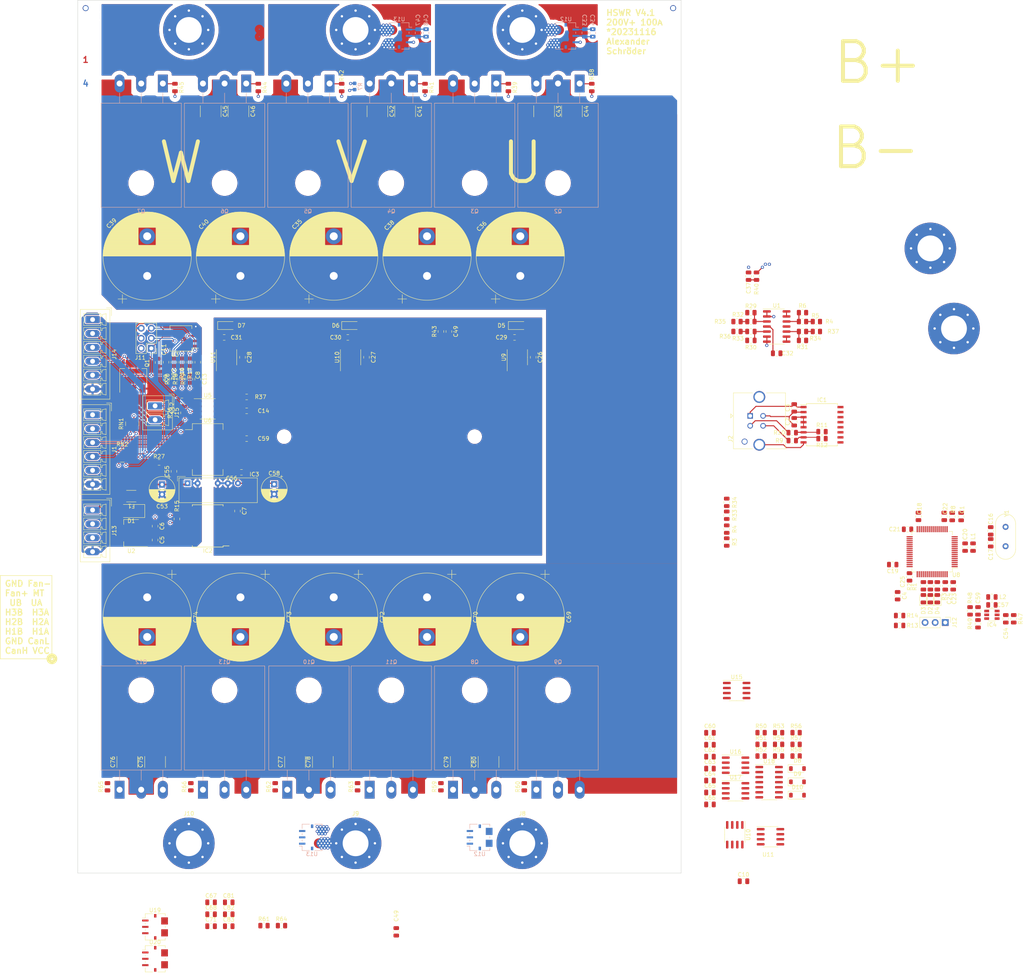
<source format=kicad_pcb>
(kicad_pcb (version 20221018) (generator pcbnew)
  (layers (0 "F.Cu" signal) (1 "In1.Cu" power "GND") (2 "In2.Cu" power "Power1") (31 "B.Cu" power "Power2") (34 "B.Paste" user) (35 "F.Paste" user) (36 "B.SilkS" user "B.Silkscreen") (37 "F.SilkS" user "F.Silkscreen") (38 "B.Mask" user) (39 "F.Mask" user) (44 "Edge.Cuts" user))
  (net 0 "")
  (net 1 "Earth")
  (net 2 "+12V")
  (net 3 "GND")
  (net 4 "GNDPWR")
  (net 5 "+3V3")
  (net 6 "NRST")
  (net 7 "Net-(IC1-PDEN)")
  (net 8 "/CAN bus transceiver/CAN_RX")
  (net 9 "/CAN bus transceiver/CAN_TX")
  (net 10 "/CAN bus transceiver/CANL")
  (net 11 "/CAN bus transceiver/CANH")
  (net 12 "+BATT")
  (net 13 "SWCLK")
  (net 14 "SWDIO")
  (net 15 "Net-(J11-~{RST})")
  (net 16 "Net-(U8-PH1)")
  (net 17 "/MCU/LED_GREEN")
  (net 18 "/MCU/LED_RED")
  (net 19 "Net-(U8-PH0)")
  (net 20 "Net-(U8-VCAP_1)")
  (net 21 "/MCU/TEMP_INT")
  (net 22 "Net-(U8-VCAP_2)")
  (net 23 "/MCU/BUS_U")
  (net 24 "Net-(U8-VDDA)")
  (net 25 "Net-(D5-K)")
  (net 26 "/Mosfet driver 1/U_VP")
  (net 27 "Net-(D6-K)")
  (net 28 "/Mosfet driver 1/V_VP")
  (net 29 "Net-(D7-K)")
  (net 30 "/Mosfet driver 1/W_VP")
  (net 31 "/MCU/U1_I")
  (net 32 "/Power MOSFETS 1/V_I")
  (net 33 "/MCU/W1_I")
  (net 34 "Net-(IC4-BST)")
  (net 35 "Net-(IC4-SW)")
  (net 36 "Net-(D8-K)")
  (net 37 "/Mosfet driver 2/U_VP")
  (net 38 "Net-(D9-K)")
  (net 39 "/Mosfet driver 2/V_VP")
  (net 40 "/Mosfet driver 2/W_VP")
  (net 41 "/MCU/U2_I")
  (net 42 "/Power MOSFETS 2/V_I")
  (net 43 "/MCU/W2_I")
  (net 44 "Net-(D4-A)")
  (net 45 "/USB/VBUS")
  (net 46 "/USB/Host_D-")
  (net 47 "/USB/Host_D+")
  (net 48 "Net-(D10-K)")
  (net 49 "Net-(IC1-UD-)")
  (net 50 "Net-(IC1-UD+)")
  (net 51 "Net-(IC1-DD+)")
  (net 52 "GNDD")
  (net 53 "+12VA")
  (net 54 "Net-(IC1-DD-)")
  (net 55 "Net-(D2-A)")
  (net 56 "Net-(D3-A)")
  (net 58 "Net-(IC4-FB)")
  (net 59 "/CAN bus transceiver/V+Sense")
  (net 60 "Net-(IC4-EN)")
  (net 61 "+5VA")
  (net 62 "Net-(Q2-G)")
  (net 63 "Net-(Q3-G)")
  (net 64 "Net-(Q4-G)")
  (net 65 "Net-(Q5-G)")
  (net 66 "Net-(Q6-G)")
  (net 67 "Net-(Q7-G)")
  (net 68 "/MCU/Fan_CPU")
  (net 69 "/MCU/USB_DP")
  (net 70 "/MCU/USB_DM")
  (net 71 "/Power MOSFETS 1/U")
  (net 72 "/Power MOSFETS 1/V")
  (net 73 "/Power MOSFETS 2/U")
  (net 74 "/Power MOSFETS 2/V")
  (net 75 "/iso IO/M1_Temp")
  (net 76 "Net-(J11-SCK)")
  (net 77 "Net-(J11-MOSI)")
  (net 78 "Net-(Q8-G)")
  (net 79 "Net-(Q9-G)")
  (net 80 "Net-(Q10-G)")
  (net 81 "Net-(Q11-G)")
  (net 82 "Net-(Q12-G)")
  (net 83 "Net-(Q13-G)")
  (net 84 "Net-(R4-Pad1)")
  (net 85 "Net-(U1D-+)")
  (net 86 "/MCU/UART_RX")
  (net 87 "Net-(U3-PB3)")
  (net 88 "Net-(U1A-+)")
  (net 89 "Net-(U1B-+)")
  (net 90 "Net-(U1C-+)")
  (net 91 "Net-(R32-Pad2)")
  (net 92 "Net-(R33-Pad2)")
  (net 93 "Net-(R34-Pad2)")
  (net 94 "/Mosfet driver 1/U_GH")
  (net 95 "/Mosfet driver 1/U_GL")
  (net 96 "Net-(U12-VOUT)")
  (net 97 "/Mosfet driver 1/V_GH")
  (net 98 "/Mosfet driver 1/V_GL")
  (net 99 "Net-(U13-VOUT)")
  (net 100 "Net-(R54-Pad2)")
  (net 101 "/Mosfet driver 1/W_GH")
  (net 102 "/Mosfet driver 1/W_GL")
  (net 103 "Net-(U18A-+)")
  (net 104 "Net-(U18B-+)")
  (net 105 "Net-(U18C-+)")
  (net 106 "Net-(R53-Pad2)")
  (net 107 "Net-(R55-Pad2)")
  (net 108 "/Mosfet driver 2/U_GH")
  (net 109 "/Mosfet driver 2/U_GL")
  (net 110 "Net-(U19-VOUT)")
  (net 111 "/Mosfet driver 2/V_GH")
  (net 112 "/Mosfet driver 2/V_GL")
  (net 113 "Net-(U20-VOUT)")
  (net 114 "/Mosfet driver 2/W_GH")
  (net 115 "/Mosfet driver 2/W_GL")
  (net 116 "/MCU/U1_U")
  (net 117 "/MCU/V1_U")
  (net 118 "/MCU/W1_U")
  (net 119 "/iso IO/M2_Temp")
  (net 123 "/MCU/U2_U")
  (net 124 "/MCU/V2_U")
  (net 125 "/MCU/W2_U")
  (net 126 "/MCU/U2_PWM_L")
  (net 128 "/MCU/V2_PWM_L")
  (net 129 "/MCU/W2_PWM_L")
  (net 130 "/MCU/H1_1")
  (net 132 "/MCU/U1_PWM_L")
  (net 133 "/MCU/V1_PWM_L")
  (net 134 "/MCU/W1_PWM_L")
  (net 135 "/MCU/U2_PWM_H")
  (net 136 "/MCU/V2_PWM_H")
  (net 137 "/MCU/W2_PWM_H")
  (net 139 "/MCU/U1_PWM_H")
  (net 140 "/MCU/V1_PWM_H")
  (net 141 "/MCU/W1_PWM_H")
  (net 144 "/MCU/H1_2")
  (net 145 "/MCU/H1_3")
  (net 146 "/MCU/H2_1")
  (net 147 "/MCU/H2_2")
  (net 148 "/MCU/H2_3")
  (net 157 "/W_1")
  (net 158 "/W")
  (net 159 "/iso IO/Hall1_C")
  (net 160 "/iso IO/Hall1_A")
  (net 161 "/iso IO/Hall1_B")
  (net 162 "/iso IO/Hall2_A")
  (net 163 "/iso IO/Hall2_B")
  (net 164 "Net-(J13-Pin_1)")
  (net 167 "/iso IO/Hall2_C")
  (net 168 "Net-(Q1-G)")
  (net 169 "/iso IO/Fan_Out")
  (footprint "MountingHole:MountingHole_6.5mm_Pad_Via" (layer "F.Cu") (at 43.25 20.5)
    (fp_text reference "J7" hide)
    (fp_text value "W1")
  )
  (footprint "LED_SMD:LED_0805_2012Metric" (layer "F.Cu") (at 231.8 163.849999 90)
    (fp_text reference "D4")
    (fp_text value "LED")
  )
  (footprint "MountingHole:MountingHole_3.2mm_M3" (layer "F.Cu") (at 19.25 17)
    (fp_text reference "REF**" hide)
    (fp_text value "MountingHole_3.2mm_M3")
  )
  (footprint "MountingHole:MountingHole_3.2mm_M3" (layer "F.Cu") (at 163.25 17)
    (fp_text reference "REF**" hide)
    (fp_text value "MountingHole_3.2mm_M3")
  )
  (footprint "MountingHole:MountingHole_3.2mm_M3" (layer "F.Cu") (at 163.25 229)
    (fp_text reference "REF**" hide)
    (fp_text value "MountingHole_3.2mm_M3")
  )
  (footprint "MountingHole:MountingHole_3.2mm_M3" (layer "F.Cu") (at 19.25 229)
    (fp_text reference "REF**" hide)
    (fp_text value "MountingHole_3.2mm_M3")
  )
  (footprint "MountingHole:MountingHole_3.2mm_M3" (layer "F.Cu") (at 67.25 123)
    (fp_text reference "REF**" hide)
    (fp_text value "MountingHole_3.2mm_M3")
  )
  (footprint "MountingHole:MountingHole_3.2mm_M3" (layer "F.Cu") (at 115.25 123)
    (fp_text reference "REF**" hide)
    (fp_text value "MountingHole_3.2mm_M3")
  )
  (footprint "Capacitor_SMD:C_0805_2012Metric" (layer "F.Cu") (at 224.3 146.349999 180)
    (fp_text reference "C21")
    (fp_text value "1u")
  )
  (footprint "Capacitor_SMD:C_0805_2012Metric" (layer "F.Cu") (at 220.5625 155.25 180)
    (fp_text reference "C19")
    (fp_text value "1u")
  )
  (footprint "Capacitor_SMD:C_0805_2012Metric" (layer "F.Cu") (at 227.05 143.099999 90)
    (fp_text reference "C18")
    (fp_text value "1u")
  )
  (footprint "Resistor_SMD:R_0805_2012Metric" (layer "F.Cu") (at 195.25 124)
    (fp_text reference "R9")
    (fp_text value "22R")
  )
  (footprint "Resistor_SMD:R_0805_2012Metric" (layer "F.Cu") (at 144.75 35 -90)
    (fp_text reference "R38")
    (fp_text value "4R7")
  )
  (footprint "Capacitor_SMD:C_2220_5750Metric" (layer "F.Cu") (at 48.75 41 -90)
    (fp_text reference "C45")
    (fp_text value "2u2 250V")
  )
  (footprint "Resistor_SMD:R_0805_2012Metric" (layer "F.Cu") (at 123.75 35 -90)
    (fp_text reference "R39")
    (fp_text value "4R7")
  )
  (footprint "Resistor_SMD:R_0805_2012Metric" (layer "F.Cu") (at 235.55 143.162499 -90)
    (fp_text reference "R8")
    (fp_text value "10k")
  )
  (footprint "Resistor_SMD:R_0805_2012Metric" (layer "F.Cu") (at 231.8 160.599999 90)
    (fp_text reference "R3")
    (fp_text value "470R")
  )
  (footprint "Resistor_SMD:R_0805_2012Metric" (layer "F.Cu") (at 102.75 35 -90)
    (fp_text reference "R41")
    (fp_text value "4R7")
  )
  (footprint "Resistor_SMD:R_0805_2012Metric" (layer "F.Cu") (at 81.75 35 -90)
    (fp_text reference "R42")
    (fp_text value "4R7")
  )
  (footprint "Resistor_SMD:R_0805_2012Metric" (layer "F.Cu") (at 184.8375 96.5 180)
    (fp_text reference "R33")
    (fp_text value "150k")
  )
  (footprint "Resistor_SMD:R_0805_2012Metric" (layer "F.Cu") (at 39.75 35 -90)
    (fp_text reference "R45")
    (fp_text value "4R7")
  )
  (footprint "Package_SO:SOIC-8_3.9x4.9mm_P1.27mm" (layer "F.Cu") (at 126 103 90)
    (fp_text reference "U9")
    (fp_text value "IRS2186")
  )
  (footprint "Package_QFP:LQFP-64_10x10mm_P0.5mm" (layer "F.Cu") (at 230.5 152 180)
    (fp_text reference "U8")
    (fp_text value "STM32F405RGTx")
  )
  (footprint "MountingHole:MountingHole_6.5mm_Pad_Via" (layer "F.Cu") (at 85.25 20.5)
    (fp_text reference "J6" hide)
    (fp_text value "V1")
  )
  (footprint "MountingHole:MountingHole_6.5mm_Pad_Via" (layer "F.Cu") (at 236 95.75)
    (fp_text reference "J4" hide)
    (fp_text value "B-")
  )
  (footprint "MountingHole:MountingHole_6.5mm_Pad_Via" (layer "F.Cu") (at 230.052854 75.552854)
    (fp_text reference "J3" hide)
    (fp_text value "B+")
  )
  (footprint "LED_SMD:LED_0805_2012Metric" (layer "F.Cu") (at 228.3 163.849999 90)
    (fp_text reference "D3")
    (fp_text value "LED")
  )
  (footprint "LED_SMD:LED_0805_2012Metric" (layer "F.Cu") (at 230.05 163.849999 90)
    (fp_text reference "D2")
    (fp_text value "LED")
  )
  (footprint "Connector_USB:USB_B_TE_5787834_Vertical" (layer "F.Cu") (at 184.25 117.77 90)
    (fp_text reference "J2")
    (fp_text value "USB_B")
  )
  (footprint "Connector_PinHeader_2.54mm:PinHeader_1x03_P2.54mm_Vertical" (layer "F.Cu") (at 233.8 169.849999 -90)
    (fp_text reference "J12")
    (fp_text value "ISP")
  )
  (footprint "Capacitor_SMD:C_2220_5750Metric" (layer "F.Cu") (at 132.75 41 -90)
    (fp_text reference "C43")
    (fp_text value "2u2 250V")
  )
  (footprint "Capacitor_SMD:C_2220_5750Metric" (layer "F.Cu") (at 55.75 41 -90)
    (fp_text reference "C46")
    (fp_text value "2u2 250V")
  )
  (footprint "Capacitor_SMD:C_2220_5750Metric" (layer "F.Cu") (at 97.75 41 -90)
    (fp_text reference "C41")
    (fp_text value "2u2 250V")
  )
  (footprint "Capacitor_SMD:C_2220_5750Metric" (layer "F.Cu") (at 139.75 41 -90)
    (fp_text reference "C44")
    (fp_text value "2u2 250V")
  )
  (footprint "Capacitor_SMD:C_0805_2012Metric" (layer "F.Cu") (at 233.55 143.099999 90)
    (fp_text reference "C22")
    (fp_text value "1u")
  )
  (footprint "Capacitor_SMD:C_0805_2012Metric" (layer "F.Cu") (at 55.5 141.75 90)
    (fp_text reference "C7")
    (fp_text value "100n")
  )
  (footprint "Capacitor_SMD:C_0805_2012Metric" (layer "F.Cu") (at 34.75 145.562499 -90)
    (fp_text reference "C6")
    (fp_text value "100n")
  )
  (footprint "Capacitor_SMD:C_0805_2012Metric" (layer "F.Cu") (at 245.250001 149.75 90)
    (fp_text reference "C17")
    (fp_text value "15p")
  )
  (footprint "Capacitor_SMD:C_0805_2012Metric" (layer "F.Cu") (at 237.8 143.162499 90)
    (fp_text reference "C1")
    (fp_text value "100n")
  )
  (footprint "Capacitor_SMD:C_0805_2012Metric" (layer "F.Cu") (at 83.3 98)
    (fp_text reference "C30")
    (fp_text value "1u")
  )
  (footprint "Capacitor_SMD:C_0805_2012Metric" (layer "F.Cu") (at 224.8 158.349999 -90)
    (fp_text reference "C25")
    (fp_text value "1u")
  )
  (footprint "Capacitor_SMD:C_0805_2012Metric" (layer "F.Cu") (at 52.15 98)
    (fp_text reference "C31")
    (fp_text value "1u")
  )
  (footprint "Capacitor_SMD:C_0805_2012Metric" (layer "F.Cu") (at 56.75 103 90)
    (fp_text reference "C28")
    (fp_text value "1u")
  )
  (footprint "Capacitor_SMD:C_0805_2012Metric" (layer "F.Cu") (at 88 103 90)
    (fp_text reference "C27")
    (fp_text value "1u")
  )
  (footprint "Capacitor_SMD:C_0805_2012Metric" (layer "F.Cu") (at 233.8 160.599999 -90)
    (fp_text reference "C24")
    (fp_text value "1u")
  )
  (footprint "Capacitor_THT:CP_Radial_D22.0mm_P10.00mm_SnapIn" (layer "F.Cu") (at 79.75 82.5 90)
    (fp_text reference "C35")
    (fp_text value "330u 250V")
  )
  (footprint "Capacitor_THT:CP_Radial_D22.0mm_P10.00mm_SnapIn" (layer "F.Cu") (at 103.25 82.5 90)
    (fp_text reference "C38")
    (fp_text value "330u 250V")
  )
  (footprint "Capacitor_THT:CP_Radial_D22.0mm_P10.00mm_SnapIn" (layer "F.Cu") (at 32.75 82.5 90)
    (fp_text reference "C39")
    (fp_text value "330u 250V")
  )
  (footprint "Capacitor_THT:CP_Radial_D22.0mm_P10.00mm_SnapIn" (layer "F.Cu") (at 56.25 82.5 90)
    (fp_text reference "C40")
    (fp_text value "330u 250V")
  )
  (footprint "Capacitor_SMD:C_2220_5750Metric" (layer "F.Cu") (at 90.75 41 -90)
    (fp_text reference "C42")
    (fp_text value "2u2 250V")
  )
  (footprint "Capacitor_THT:CP_Radial_D22.0mm_P10.00mm_SnapIn" (layer "F.Cu") (at 126.75 82.5 90)
    (fp_text reference "C36")
    (fp_text value "330u 250V")
  )
  (footprint "Package_SO:SOIC-8_3.9x4.9mm_P1.27mm" (layer "F.Cu") (at 52.75 103 90)
    (fp_text reference "U11")
    (fp_text value "IRS2186")
  )
  (footprint "Package_SO:SOIC-8_3.9x4.9mm_P1.27mm" (layer "F.Cu") (at 84 103 90)
    (fp_text reference "U10")
    (fp_text value "IRS2186")
  )
  (footprint "Diode_SMD:D_SOD-123" (layer "F.Cu") (at 52.75 95)
    (fp_text reference "D7")
    (fp_text value "RFN2L4S")
  )
  (footprint "Diode_SMD:D_SOD-123" (layer "F.Cu") (at 126 95)
    (fp_text reference "D5")
    (fp_text value "RFN2L4S")
  )
  (footprint "Diode_SMD:D_SOD-123" (layer "F.Cu") (at 84 95)
    (fp_text reference "D6")
    (fp_text value "RFN2L4S")
  )
  (footprint "Capacitor_SMD:C_0805_2012Metric" (layer "F.Cu") (at 130 103 90)
    (fp_text reference "C26")
    (fp_text value "1u")
  )
  (footprint "Capacitor_SMD:C_0805_2012Metric" (layer "F.Cu") (at 125.3 98)
    (fp_text reference "C29")
    (fp_text value "1u")
  )
  (footprint "Resistor_SMD:R_0805_2012Metric" (layer "F.Cu") (at 242.05 170.162499 -90)
    (fp_text reference "R49")
    (fp_text value "11k")
  )
  (footprint "Resistor_SMD:R_0805_2012Metric" (layer "F.Cu") (at 240.05 166.912499 -90)
    (fp_text reference "R48")
    (fp_text value "49k9")
  )
  (footprint "Resistor_SMD:R_0805_2012Metric" (layer "F.Cu") (at 251.05 168.912499 90)
    (fp_text reference "R47")
    (fp_text value "100k")
  )
  (footprint "Package_TO_SOT_SMD:TSOT-23-6" (layer "F.Cu") (at 245.55 167.912499)
    (fp_text reference "IC4")
    (fp_text value "JW5052C")
  )
  (footprint "Inductor_SMD:L_0805_2012Metric" (layer "F.Cu") (at 245.55 163.412499)
    (fp_text reference "L2")
    (fp_text value "FCI201209F-4R7K")
  )
  (footprint "Capacitor_SMD:C_0805_2012Metric" (layer "F.Cu") (at 249.05 168.912499 -90)
    (fp_text reference "C54")
    (fp_text value "22u/6V3")
  )
  (footprint "Capacitor_SMD:C_0805_2012Metric" (layer "F.Cu") (at 242.05 166.912499 -90)
    (fp_text reference "C59")
    (fp_text value "22u/6V3")
  )
  (footprint "Capacitor_SMD:C_0805_2012Metric" (layer "F.Cu") (at 245.55 165.412499)
    (fp_text reference "C57")
    (fp_text value "100n")
  )
  (footprint "Resistor_SMD:R_0805_2012Metric" (layer "F.Cu") (at 60.75 35 -90)
    (fp_text reference "R44")
    (fp_text value "4R7")
  )
  (footprint "Resistor_SMD:R_0805_2012Metric" (layer "F.Cu") (at 230.05 160.599999 90)
    (fp_text reference "R1")
    (fp_text value "120R")
  )
  (footprint "Package_SO:SOIC-16W_7.5x10.3mm_P1.27mm" (layer "F.Cu") (at 202.75 120)
    (fp_text reference "IC1")
    (fp_text value "ADuM4160")
  )
  (footprint "Package_SO:SOIC-16W_7.5x10.3mm_P1.27mm" (layer "F.Cu") (at 48 145.5 180)
    (fp_text reference "IC2")
    (fp_text value "ADM3054")
  )
  (footprint "Capacitor_SMD:C_0805_2012Metric" (layer "F.Cu") (at 221.8 163.099999 90)
    (fp_text reference "C4")
    (fp_text value "100n")
  )
  (footprint "Capacitor_SMD:C_0805_2012Metric" (layer "F.Cu") (at 195.75 115.75 90)
    (fp_text reference "C3")
    (fp_text value "100n")
  )
  (footprint "Capacitor_SMD:C_0805_2012Metric" (layer "F.Cu") (at 195.75 119.25 90)
    (fp_text reference "C2")
    (fp_text value "100n")
  )
  (footprint "Resistor_SMD:R_0805_2012Metric" (layer "F.Cu") (at 222.3 170.599999)
    (fp_text reference "R13")
    (fp_text value "22R")
  )
  (footprint "Resistor_SMD:R_0805_2012Metric" (layer "F.Cu") (at 195.25 122 180)
    (fp_text reference "R10")
    (fp_text value "22R")
  )
  (footprint "Resistor_SMD:R_0805_2012Metric" (layer "F.Cu") (at 222.3 168.099999 180)
    (fp_text reference "R14")
    (fp_text value "22R")
  )
  (footprint "Crystal:Crystal_HC49-4H_Vertical" (layer "F.Cu") (at 249 145.75 -90)
    (fp_text reference "Y1")
    (fp_text value "8MHz")
  )
  (footprint "Resistor_SMD:R_0805_2012Metric" (layer "F.Cu") (at 228.3 160.599999 90)
    (fp_text reference "R2")
    (fp_text value "120R")
  )
  (footprint "Resistor_SMD:R_0805_2012Metric" (layer "F.Cu") (at 184.8375 98.75)
    (fp_text reference "R30")
    (fp_text value "4k7")
  )
  (footprint "Resistor_SMD:R_0805_2012Metric" (layer "F.Cu") (at 202.75 121.75)
    (fp_text reference "R11")
    (fp_text value "0R")
  )
  (footprint "Resistor_SMD:R_0805_2012Metric" (layer "F.Cu") (at 202.75 123.5 180)
    (fp_text reference "R12")
    (fp_text value "0R")
  )
  (footprint "Capacitor_THT:CP_Radial_D6.3mm_P2.50mm" (layer "F.Cu") (at 64.75 135 -90)
    (fp_text reference "C58")
    (fp_text value "100u/16V")
  )
  (footprint "Capacitor_SMD:C_0805_2012Metric" (layer "F.Cu") (at 238.8 150.849999 90)
    (fp_text reference "C20")
    (fp_text value "22u/6V3")
  )
  (footprint "Inductor_SMD:L_0805_2012Metric" (layer "F.Cu") (at 240.8 150.849999 -90)
    (fp_text reference "L1")
    (fp_text value "22uH")
  )
  (footprint "Capacitor_SMD:C_0805_2012Metric" (layer "F.Cu") (at 235.8 160.599999 -90)
    (fp_text reference "C23")
    (fp_text value "1u")
  )
  (footprint "Capacitor_SMD:C_0805_2012Metric" (layer "F.Cu") (at 245.25 146.75 90)
    (fp_text reference "C16")
    (fp_text value "15p")
  )
  (footprint "Capacitor_SMD:C_0805_2012Metric" (layer "F.Cu") (at 184.25 82.5625 90)
    (fp_text reference "C37")
    (fp_text value "4n7")
  )
  (footprint "Capacitor_SMD:C_0805_2012Metric" (layer "F.Cu") (at 108.75 96.5 90)
    (fp_text reference "C49")
    (fp_text value "4n7")
  )
  (footprint "Resistor_SMD:R_0805_2012Metric" (layer "F.Cu") (at 186.25 82.5625 90)
    (fp_text reference "R40")
    (fp_text value "1k")
  )
  (footprint "Resistor_SMD:R_0805_2012Metric" (layer "F.Cu") (at 106.75 96.5 90)
    (fp_text reference "R43")
    (fp_text value "1k")
  )
  (footprint "Capacitor_SMD:C_0805_2012Metric" (layer "F.Cu") (at 37.5 104.25 -90)
    (fp_text reference "C9")
    (fp_text value "100n")
  )
  (footprint "Capacitor_SMD:C_0805_2012Metric" (layer "F.Cu") (at 95.5 247.8125 90)
    (fp_text reference "C49")
    (fp_text value "4n7")
  )
  (footprint "Capacitor_SMD:C_0805_2012Metric" (layer "F.Cu") (at 41.5 114 180)
    (fp_text reference "C12")
    (fp_text value "100n")
  )
  (footprint "Connector_Phoenix_MC:PhoenixContact_MCV_1,5_6-G-3.5_1x06_P3.50mm_Vertical" (layer "F.Cu") (at 19 117.5 -90)
    (fp_text reference "J1")
    (fp_text value "Motor1")
  )
  (footprint "Resistor_SMD:R_0805_2012Metric" (layer "F.Cu") (at 41.5 104.25 -90)
    (fp_text reference "R16")
    (fp_text value "100R")
  )
  (footprint "Resistor_SMD:R_0805_2012Metric" (layer "F.Cu") (at 43.5 104.25 -90)
    (fp_text reference "R17")
    (fp_text value "1k")
  )
  (footprint "Resistor_SMD:R_0805_2012Metric" (layer "F.Cu") (at 178.75 149.5625 90)
    (fp_text reference "R3")
    (fp_text value "470R")
  )
  (footprint "Resistor_SMD:R_0805_2012Metric" (layer "F.Cu") (at 178.75 139.5625 -90)
    (fp_text reference "R34")
    (fp_text value "150k")
  )
  (footprint "Resistor_SMD:R_0805_2012Metric" (layer "F.Cu") (at 35.75 129.5 180)
    (fp_text reference "R27")
    (fp_text value "1k")
  )
  (footprint "Package_SO:SO-8_5.3x6.2mm_P1.27mm" (layer "F.Cu") (at 41.25 98.25 180)
    (fp_text reference "U3")
    (fp_text value "ATtiny13A-SU")
  )
  (footprint "Package_SO:SOIC-8_3.9x4.9mm_P1.27mm" (layer "F.Cu") (at 180.775 223.345 -90)
    (fp_text reference "U10")
    (fp_text value "IRS2186")
  )
  (footprint "Resistor_SMD:R_0805_2012Metric" (layer "F.Cu") (at 178.75 146.3125 90)
    (fp_text reference "R4")
    (fp_text value "150k")
  )
  (footprint "Connector_PinHeader_2.54mm:PinHeader_2x03_P2.54mm_Vertical" (layer "F.Cu") (at 33.79 100.75 180)
    (fp_text reference "J11")
    (fp_text value "AVR-ISP-6")
  )
  (footprint "Capacitor_SMD:C_0805_2012Metric" (layer "F.Cu") (at 34.75 149.062499 90)
    (fp_text reference "C5")
    (fp_text value "100n")
  )
  (footprint "Package_TO_SOT_SMD:SOT-223-3_TabPin2" (layer "F.Cu") (at 28.75 147.312499 180)
    (fp_text reference "U2")
    (fp_text value "AP1117-50")
  )
  (footprint "Capacitor_SMD:C_0805_2012Metric" (layer "F.Cu") (at 35.5 104.3125 -90)
    (fp_text reference "C11")
    (fp_text value "10n")
  )
  (footprint "Capacitor_SMD:C_0805_2012Metric" (layer "F.Cu") (at 45.5 104.25 90)
    (fp_text reference "C8")
    (fp_text value "10n")
  )
  (footprint "Resistor_SMD:R_0805_2012Metric" (layer "F.Cu") (at 40.25 143.75 90)
    (fp_text reference "R15")
    (fp_text value "120R")
  )
  (footprint "Capacitor_SMD:C_0805_2012Metric" (layer "F.Cu") (at 39.5 131.75 -90)
    (fp_text reference "C55")
    (fp_text value "2u2")
  )
  (footprint "Capacitor_THT:CP_Radial_D6.3mm_P2.50mm" (layer "F.Cu") (at 36.5 135.067621 -90)
    (fp_text reference "C53")
    (fp_text value "100u/16V")
  )
  (footprint "Resistor_SMD:R_0805_2012Metric" (layer "F.Cu") (at 57.8125 113 180)
    (fp_text reference "R37")
    (fp_text value "150k")
  )
  (footprint "Capacitor_SMD:C_0805_2012Metric" (layer "F.Cu") (at 57.8125 123.5)
    (fp_text reference "C59")
    (fp_text value "22u/6V3")
  )
  (footprint "Capacitor_SMD:C_0805_2012Metric" (layer "F.Cu") (at 56.5 132)
    (fp_text reference "C56")
    (fp_text value "2u2")
  )
  (footprint "Capacitor_SMD:C_0805_2012Metric" (layer "F.Cu") (at 57.8125 116.5)
    (fp_text reference "C14")
    (fp_text value "100n")
  )
  (footprint "Resistor_SMD:R_0805_2012Metric" (layer "F.Cu") (at 39.5 104.25 -90)
    (fp_text reference "R22")
    (fp_text value "10k")
  )
  (footprint "Resistor_SMD:R_0805_2012Metric" (layer "F.Cu") (at 178.75 142.8125 -90)
    (fp_text reference "R33")
    (fp_text value "150k")
  )
  (footprint "Package_TO_SOT_SMD:SOT-223-3_TabPin2" (layer "F.Cu") (at 29.25 107.75 90)
    (fp_text reference "Q1")
    (fp_text value "Q_NMOS_GDS")
  )
  (footprint "Resistor_SMD:R_0805_2012Metric" (layer "F.Cu") (at 40.5 117 -90)
    (fp_text reference "R26")
    (fp_text value "10k")
  )
  (footprint "Diode_SMD:D_SMA" (layer "F.Cu") (at 28.75 141.75 180)
    (fp_text reference "D1")
    (fp_text value "12V")
  )
  (footprint "Fuse:Fuse_Littelfuse-NANO2-451_453" (layer "F.Cu") (at 28.75 138 180)
    (fp_text reference "F1")
    (fp_text value "1A")
  )
  (footprint "Converter_DCDC:Converter_DCDC_muRata_NMAxxxxSC_THT" (layer "F.Cu") (at 42.9175 134.75 90)
    (fp_text reference "IC3")
    (fp_text value "B1212S-2W")
  )
  (footprint "Package_SO:SOIC-8_3.9x4.9mm_P1.27mm" (layer "F.Cu") (at 189.775 223.845)
    (fp_text reference "U11")
    (fp_text value "IRS2186")
  )
  (footprint "MountingHole:MountingHole_6.5mm_Pad_Via" (layer "F.Cu") (at 127.25 20.5)
    (fp_text reference "J5" hide)
    (fp_text value "U1")
  )
  (footprint "Capacitor_SMD:C_2220_5750Metric" (layer "F.Cu") (at 34.75 205 90)
    (fp_text reference "C75")
    (fp_text value "2u2 250V")
  )
  (footprint "Resistor_SMD:R_0805_2012Metric" (layer "F.Cu") (at 191.815 203.515)
    (fp_text reference "R55")
    (fp_text value "150k")
  )
  (footprint "Resistor_SMD:R_0805_2012Metric" (layer "F.Cu") (at 181.3375 96.5 180)
    (fp_text reference "R36")
    (fp_text value "150k")
  )
  (footprint "Capacitor_SMD:C_0805_2012Metric" (layer "F.Cu") (at 174.525 200.655)
    (fp_text reference "C61")
    (fp_text value "1u")
  )
  (footprint "Resistor_SMD:R_0805_2012Metric" (layer "F.Cu") (at 201.3375 94)
    (fp_text reference "R4")
    (fp_text value "150k")
  )
  (footprint "Connector_Phoenix_MC:PhoenixContact_MCV_1,5_4-G-3.5_1x04_P3.50mm_Vertical" (layer "F.Cu") (at 19 141.5 -90)
    (fp_text reference "J13")
    (fp_text value "CAN")
  )
  (footprint "MountingHole:MountingHole_6.5mm_Pad_Via" (layer "F.Cu") (at 43.25 225.5)
    (fp_text reference "J10")
    (fp_text value "W2")
  )
  (footprint "Resistor_SMD:R_0805_2012Metric" (layer "F.Cu") (at 43.5 108.5 90)
    (fp_text reference "R19")
    (fp_text value "1k")
  )
  (footprint "Resistor_SMD:R_0805_2012Metric" (layer "F.Cu") (at 66.5875 246.25)
    (fp_text reference "R64")
    (fp_text value "1k")
  )
  (footprint "Resistor_SMD:R_0805_2012Metric" (layer "F.Cu") (at 181.3375 94 180)
    (fp_text reference "R35")
    (fp_text value "150k")
  )
  (footprint "Capacitor_SMD:C_0805_2012Metric" (layer "F.Cu") (at 45.5 108.5 -90)
    (fp_text reference "C13")
    (fp_text value "10n")
  )
  (footprint "Resistor_SMD:R_0805_2012Metric" (layer "F.Cu") (at 106.75 211.25 90)
    (fp_text reference "R59")
    (fp_text value "4R7")
  )
  (footprint "Capacitor_SMD:C_2220_5750Metric" (layer "F.Cu") (at 111.75 205 90)
    (fp_text reference "C79")
    (fp_text value "2u2 250V")
  )
  (footprint "Capacitor_SMD:C_0805_2012Metric" (layer "F.Cu") (at 174.525 215.705)
    (fp_text reference "C66")
    (fp_text value "1u")
  )
  (footprint "Resistor_SMD:R_0805_2012Metric" (layer "F.Cu") (at 196.225 197.615)
    (fp_text reference "R56")
    (fp_text value "150k")
  )
  (footprint "Capacitor_SMD:C_0805_2012Metric" (layer "F.Cu") (at 53.2975 243.39)
    (fp_text reference "C82")
    (fp_text value "1u")
  )
  (footprint "Resistor_SMD:R_0805_2012Metric" (layer "F.Cu") (at 196.225 203.515)
    (fp_text reference "R58")
    (fp_text value "150k")
  )
  (footprint "Resistor_SMD:R_0805_2012Metric" (layer "F.Cu") (at 65 211.25 90)
    (fp_text reference "R62")
    (fp_text value "4R7")
  )
  (footprint "Resistor_SMD:R_0805_2012Metric" (layer "F.Cu") (at 201.3375 96.5)
    (fp_text reference "R37")
    (fp_text value "150k")
  )
  (footprint "Resistor_SMD:R_0805_2012Metric" (layer "F.Cu") (at 43.75 211.25 90)
    (fp_text reference "R66")
    (fp_text value "4R7")
  )
  (footprint "Resistor_SMD:R_0805_2012Metric" (layer "F.Cu") (at 62.1775 246.25)
    (fp_text reference "R61")
    (fp_text value "1k")
  )
  (footprint "Package_SO:SO-14_3.9x8.65mm_P1.27mm" (layer "F.Cu") (at 191.3375 95.25)
    (fp_text reference "U1")
    (fp_text value "Opamp_Quad")
  )
  (footprint "Resistor_SMD:R_0805_2012Metric" (layer "F.Cu") (at 187.405 197.615)
    (fp_text reference "R50")
    (fp_text value "4k7")
  )
  (footprint "Resistor_SMD:R_0805_2012Metric" (layer "F.Cu") (at 197.8375 91.75 180)
    (fp_text reference "R6")
    (fp_text value "4k7")
  )
  (footprint "Capacitor_THT:CP_Radial_D22.0mm_P10.00mm_SnapIn" (layer "F.Cu") (at 32.75 163.5 -90)
    (fp_text reference "C74")
    (fp_text value "330u 250V")
  )
  (footprint "Capacitor_THT:CP_Radial_D22.0mm_P10.00mm_SnapIn" (layer "F.Cu") (at 56.25 163.5 -90)
    (fp_text reference "C73")
    (fp_text value "330u 250V")
  )
  (footprint "Capacitor_SMD:C_0805_2012Metric" (layer "F.Cu") (at 174.525 197.645)
    (fp_text reference "C60")
    (fp_text value "1u")
  )
  (footprint "Resistor_SMD:R_0805_2012Metric" (layer "F.Cu") (at 196.225 200.565)
    (fp_text reference "R57")
    (fp_text value "150k")
  )
  (footprint "Capacitor_SMD:C_0805_2012Metric" (layer "F.Cu") (at 182.975 235.065)
    (fp_text reference "C10")
    (fp_text value "100n")
  )
  (footprint "Diode_SMD:D_SOD-123" (layer "F.Cu") (at 196.57 213.365)
    (fp_text reference "D10")
    (fp_text value "RFN2L4S")
  )
  (footprint "Capacitor_SMD:C_0805_2012Metric" (layer "F.Cu") (at 174.525 209.685)
    (fp_text reference "C64")
    (fp_text value "1u")
  )
  (footprint "Capacitor_SMD:C_2220_5750Metric" (layer "F.Cu") (at 77 205 90)
    (fp_text reference "C78")
    (fp_text value "2u2 250V")
  )
  (footprint "MountingHole:MountingHole_6.5mm_Pad_Via" (layer "F.Cu") (at 85.25 225.5)
    (fp_text reference "J9")
    (fp_text value "V2")
  )
  (footprint "Resistor_SMD:R_0805_2012Metric" (layer "F.Cu") (at 197.8375 94)
    (fp_text reference "R5")
    (fp_text value "150k")
  )
  (footprint "Resistor_SMD:R_Array_Convex_4x0603" (layer "F.Cu") (at 26.5 127.75)
    (fp_text reference "RN2")
    (fp_text value "10k")
  )
  (footprint "Capacitor_SMD:C_0805_2012Metric" (layer "F.Cu") (at 48.8475 246.4)
    (fp_text reference "C71")
    (fp_text value "4n7")
  )
  (footprint "Resistor_SMD:R_0805_2012Metric" (layer "F.Cu") (at 85.75 211.25 90)
    (fp_text reference "R63")
    (fp_text value "4R7")
  )
  (footprint "Capacitor_SMD:C_2220_5750Metric" (layer "F.Cu") (at 70 205 90)
    (fp_text reference "C77")
    (fp_text value "2u2 250V")
  )
  (footprint "Connector_Phoenix_MC:PhoenixContact_MCV_1,5_6-G-3.5_1x06_P3.50mm_Vertical" (layer "F.Cu") (at 19 93.5 -90)
    (fp_text reference "J14")
    (fp_text value "Motor1")
  )
  (footprint "Resistor_SMD:R_0805_2012Metric" (layer "F.Cu") (at 187.405 203.515)
    (fp_text reference "R52")
    (fp_text value "4k7")
  )
  (footprint "Resistor_SMD:R_0805_2012Metric" (layer "F.Cu") (at 127.75 211.25 90)
    (fp_text reference "R60")
    (fp_text value "4R7")
  )
  (footprint "Capacitor_SMD:C_0805_2012Metric" (layer "F.Cu") (at 53.2975 240.38)
    (fp_text reference "C81")
    (fp_text value "100n")
  )
  (footprint "Connector_Phoenix_MC:PhoenixContact_MCV_1,5_2-G-3.5_1x02_P3.50mm_Vertical" (layer "F.Cu") (at 34.75 115.25 -90)
    (fp_text reference "J15")
    (fp_text value "FAN")
  )
  (footprint "Diode_SMD:D_SOD-123" (layer "F.Cu") (at 196.57 206.665)
    (fp_text reference "D8")
    (fp_text value "RFN2L4S")
  )
  (footprint "Package_SO:SOIC-8_3.9x4.9mm_P1.27mm" (layer "F.Cu") (at 48 116)
    (fp_text reference "U5")
    (fp_text value "ADuM120N")
  )
  (footprint "Package_SO:SOIC-8_3.9x4.9mm_P1.27mm" (layer "F.Cu") (at 181.25 187)
    (fp_text reference "U15")
    (fp_text value "IRS2186")
  )
  (footprint "Sensor_Current:Allegro_PSOF-7_4.8x6.4mm_P1.60mm" (layer "F.Cu") (at 34.73 246.5625)
    (fp_text reference "U19")
    (fp_text value "ACS781xLRTR-150B")
  )
  (footprint "Package_SO:SOIC-8_3.9x4.9mm_P1.27mm" (layer "F.Cu") (at 180.975 212.265)
    (fp_text reference "U17")
    (fp_text value "IRS2186")
  )
  (footprint "Capacitor_SMD:C_0805_2012Metric" (layer "F.Cu") (at 174.525 206.675)
    (fp_text reference "C63")
    (fp_text value "1u")
  )
  (footprint "Resistor_SMD:R_0805_2012Metric" (layer "F.Cu") (at 184.8375 91.75)
    (fp_text reference "R29")
    (fp_text value "4k7")
  )
  (footprint "Capacitor_SMD:C_0805_2012Metric" (layer "F.Cu") (at 191.3375 102)
    (fp_text reference "C32")
    (fp_text value "1u")
  )
  (footprint "Capacitor_SMD:C_0805_2012Metric" (layer "F.Cu") (at 48.8475 243.39)
    (fp_text reference "C68")
    (fp_text value "1u")
  )
  (footprint "Resistor_SMD:R_0805_2012Metric" (layer "F.Cu") (at 197.8375 98.75 180)
    (fp_text reference "R31")
    (fp_text value "4k7")
  )
  (footprint "Package_SO:SO-14_3.9x8.65mm_P1.27mm" (layer "F.Cu") (at 189.425 210.095)
    (fp_text reference "U18")
    (fp_text value "Opamp_Quad")
  )
  (footprint "Capacitor_THT:CP_Radial_D22.0mm_P10.00mm_SnapIn" (layer "F.Cu") (at 126.75 163.5 -90)
    (fp_text reference "C69")
    (fp_text value "330u 250V")
  )
  (footprint "Package_SO:SOIC-16W_7.5x12.8mm_P1.27mm" (layer "F.Cu") (at 48 126.25)
    (fp_text reference "U6")
    (fp_text value "ADuM261N")
  )
  (footprint "Resistor_SMD:R_Array_Convex_4x0603" (layer "F.Cu") (at 29 119.75 90)
    (fp_text reference "RN1")
    (fp_text value "10k")
  )
  (footprint "Capacitor_SMD:C_0805_2012Metric" (layer "F.Cu") (at 174.525 203.665)
    (fp_text reference "C62")
    (fp_text value "1u")
  )
  (footprint "Resistor_SMD:R_0805_2012Metric" (layer "F.Cu") (at 39.5 108.5 90)
    (fp_text reference "R20")
    (fp_text value "10k")
  )
  (footprint "Resistor_SMD:R_0805_2012Metric" (layer "F.Cu") (at 197.8375 96.5)
    (fp_text reference "R34")
    (fp_text value "150k")
  )
  (footprint "Resistor_SMD:R_0805_2012Metric" (layer "F.Cu") (at 187.405 200.565)
    (fp_text reference "R51")
    (fp_text value "4k7")
  )
  (footprint "Capacitor_SMD:C_0805_2012Metric" (layer "F.Cu") (at 53.2975 246.4)
    (fp_text reference "C83")
    (fp_text value "4n7")
  )
  (footprint "Resistor_SMD:R_0805_2012Metric" (layer "F.Cu") (at 22.75 211.25 90)
    (fp_text reference "R65")
    (fp_text value "4R7")
  )
  (footprint "Package_SO:SOIC-8_3.9x4.9mm_P1.27mm" (layer "F.Cu") (at 180.975 205.815)
    (fp_text reference "U16")
    (fp_text value "IRS2186")
  )
  (footprint "Resistor_SMD:R_0805_2012Metric" (layer "F.Cu") (at 191.815 197.615)
    (fp_text reference "R53")
    (fp_text value "150k")
  )
  (footprint "Resistor_SMD:R_0805_2012Metric" (layer "F.Cu") (at 191.815 200.565)
    (fp_text reference "R54")
    (fp_text value "150k")
  )
  (footprint "Capacitor_SMD:C_2220_5750Metric" (layer "F.Cu") (at 27.75 205 90)
    (fp_text reference "C76")
    (fp_text value "2u2 250V")
  )
  (footprint "Resistor_SMD:R_0805_2012Metric" (layer "F.Cu") (at 184.8375 94 180)
    (fp_text reference "R32")
    (fp_text value "150k")
  )
  (footprint "Diode_SMD:D_SOD-123" (layer "F.Cu") (at 196.57 210.015)
    (fp_text reference "D9")
    (fp_text value "RFN2L4S")
  )
  (footprint "MountingHole:MountingHole_6.5mm_Pad_Via" (layer "F.Cu") (at 127.25 225.5)
    (fp_text reference "J8")
    (fp_text value "U2")
  )
  (footprint "Capacitor_SMD:C_2220_5750Metric" (layer "F.Cu") (at 118.75 205 90)
    (fp_text reference "C80")
    (fp_text value "2u2 250V")
  )
  (footprint "Sensor_Current:Allegro_PSOF-7_4.8x6.4mm_P1.60mm" (layer "F.Cu") (at 34.73 254.6125)
    (fp_text reference "U20")
    (fp_text value "ACS781xLRTR-150B")
  )
  (footprint "Capacitor_SMD:C_0805_2012Metric" (layer "F.Cu") (at 48.8475 240.38)
    (fp_text reference "C67")
    (fp_text value "100n")
  )
  (footprint "Capacitor_THT:CP_Radial_D22.0mm_P10.00mm_SnapIn" (layer "F.Cu") (at 79.75 163.5 -90)
    (fp_text reference "C72")
    (fp_text value "330u 250V")
  )
  (footprint "Capacitor_SMD:C_0805_2012Metric" (layer "F.Cu") (at 174.525 212.695)
    (fp_text reference "C65")
    (fp_text value "1u")
  )
  (footprint "Resistor_SMD:R_0805_2012Metric" (layer "F.Cu") (at 41.5 108.5 90)
    (fp_text reference "R18")
    (fp_text value "100R")
  )
  (footprint "Capacitor_THT:CP_Radial_D22.0mm_P10.00mm_SnapIn" (layer "F.Cu") (at 103.25 163.5 -90)
    (fp_text reference "C70")
    (fp_text value "330u 250V")
  )
  (footprint "Resistor_SMD:R_0603_1608Metric" (layer "B.Cu") (at 85 34.75 90)
    (fp_text reference "R7")
    (fp_text value "NTC")
  )
  (footprint "HSWR:TO-264-3_Horizontal_TabUp_6mm_hole" (layer "B.Cu") (at 141.7 34 180)
    (fp_text reference "Q2")
    (fp_text value "IXFK300N20X3")
  )
  (footprint "HSWR:TO-264-3_Horizontal_TabUp_6mm_hole" (layer "B.Cu") (at 57.7 34 180)
    (fp_text reference "Q6")
    (fp_text value "IXFK300N20X3")
  )
  (footprint "HSWR:TO-264-3_Horizontal_TabUp_6mm_hole" (layer "B.Cu") (at 36.7 34 180)
    (fp_text reference "Q7")
    (fp_text value "IXFK300N20X3")
  )
  (footprint "HSWR:TO-264-3_Horizontal_TabUp_6mm_hole" (layer "B.Cu") (at 99.7 34 180)
    (fp_text reference "Q4")
    (fp_text value "IXFK300N20X3")
  )
  (footprint "HSWR:TO-264-3_Horizontal_TabUp_6mm_hole" (layer "B.Cu") (at 120.7 34 180)
    (fp_text reference "Q3")
    (fp_text value "IXFK300N20X3")
  )
  (footprint "Capacitor_SMD:C_0805_2012Metric" (layer "B.Cu") (at 101 21.25 -90)
    (fp_text reference "C47")
    (fp_text value "100n")
  )
  (footprint "Capacitor_SMD:C_0805_2012Metric" (layer "B.Cu") (at 103 21.25 90)
    (fp_text reference "C48")
    (fp_text value "1u")
  )
  (footprint "Sensor_Current:Allegro_PSOF-7_4.8x6.4mm_P1.60mm" (layer "B.Cu") (at 96.25 22 180)
    (fp_text reference "U13")
    (fp_text value "ACS781xLRTR-150B")
  )
  (footprint "Sensor_Current:Allegro_PSOF-7_4.8x6.4mm_P1.60mm" (layer "B.Cu") (at 74.25 224)
    (fp_text reference "U13")
    (fp_text value "ACS781xLRTR-150B")
  )
  (footprint "Sensor_Current:Allegro_PSOF-7_4.8x6.4mm_P1.60mm" (layer "B.Cu") (at 116.5 224)
    (fp_text reference "U12")
    (fp_text value "ACS781xLRTR-150B")
  )
  (footprint "HSWR:TO-264-3_Horizontal_TabUp_6mm_hole" (layer "B.Cu") (at 78.7 34 180)
    (fp_text reference "Q5")
    (fp_text value "IXFK300N20X3")
  )
  (footprint "Capacitor_SMD:C_0805_2012Metric" (layer "B.Cu") (at 143 21.25 -90)
    (fp_text reference "C33")
    (fp_text value "100n")
  )
  (footprint "Capacitor_SMD:C_0805_2012Metric" (layer "B.Cu") (at 145 21.25 90)
    (fp_text reference "C34")
    (fp_text value "1u")
  )
  (footprint "Sensor_Current:Allegro_PSOF-7_4.8x6.4mm_P1.60mm" (layer "B.Cu") (at 138.25 22 180)
    (fp_text reference "U12")
    (fp_text value "ACS781xLRTR-150B")
  )
  (footprint "HSWR:TO-264-3_Horizontal_TabUp_6mm_hole" (layer "B.Cu") (at 25.8 212)
    (fp_text reference "Q12")
    (fp_text value "IXFK300N20X3")
  )
  (footprint "HSWR:TO-264-3_Horizontal_TabUp_6mm_hole" (layer "B.Cu") (at 130.8 212)
    (fp_text reference "Q9")
    (fp_text value "IXFK300N20X3")
  )
  (footprint "HSWR:TO-264-3_Horizontal_TabUp_6mm_hole" (layer "B.Cu") (at 109.8 212)
    (fp_text reference "Q8")
    (fp_text value "IXFK300N20X3")
  )
  (footprint "HSWR:TO-264-3_Horizontal_TabUp_6mm_hole" (layer "B.Cu") (at 46.8 212)
    (fp_text reference "Q13")
    (fp_text value "IXFK300N20X3")
  )
  (footprint "HSWR:TO-264-3_Horizontal_TabUp_6mm_hole" (layer "B.Cu") (at 68.05 212)
    (fp_text reference "Q10")
    (fp_text value "IXFK300N20X3")
  )
  (footprint "HSWR:TO-264-3_Horizontal_TabUp_6mm_hole" (layer "B.Cu") (at 88.8 212)
    (fp_text reference "Q11")
    (fp_text value "IXFK300N20X3")
  )
  (gr_line (start 8.75 158) (end 8.75 179) (stroke (width 0.15)) (layer "F.SilkS"))
  (gr_line (start -4.25 179) (end -4.25 158) (stroke (width 0.15)) (layer "F.SilkS"))
  (gr_line (start -4.25 179) (end 8.75 179) (stroke (width 0.15)) (layer "F.SilkS"))
  (gr_line (start -4.25 158) (end 8.75 158) (stroke (width 0.15)) (layer "F.SilkS"))
  (gr_circle (center 8.75 179) (end 9.103553 179) (stroke (width 1)) (fill none) (layer "F.SilkS"))
  (gr_line (start 15.25 233) (end 15.25 13) (stroke (width 0.1)) (layer "Edge.Cuts"))
  (gr_line (start 15.25 13) (end 167.25 13) (stroke (width 0.1)) (layer "Edge.Cuts"))
  (gr_line (start 167.25 13) (end 167.25 233) (stroke (width 0.1)) (layer "Edge.Cuts"))
  (gr_line (start 167.25 233) (end 15.25 233) (stroke (width 0.1)) (layer "Edge.Cuts"))
  (gr_text "1" (at 17.25 28) (layer "F.Cu") (effects (font (size 1.5 1.5) (thickness 0.3))))
  (gr_text "4" (at 17.25 34) (layer "B.Cu") (effects (font (size 1.5 1.5) (thickness 0.3))))
  (gr_text "W" (at 41.25 54) (layer "F.SilkS") (effects (font (size 10 10) (thickness 1))))
  (gr_text "B+" (at 205 28.75) (layer "F.SilkS") (effects (font (size 10 10) (thickness 1)) (justify left)))
  (gr_text "B-" (at 204.5 50.25) (layer "F.SilkS") (effects (font (size 10 10) (thickness 1)) (justify left)))
  (gr_text "GND Fan-\nFan+ MT\n UB  UA\nH3B  H3A\nH2B  H2A\nH1B  H1A\nGND CanL\nCanH VCC" (at -3.25 168.5) (layer "F.SilkS") (effects (font (size 1.5 1.5) (thickness 0.3)) (justify left)))
  (gr_text "U" (at 127.25 54) (layer "F.SilkS") (effects (font (size 10 10) (thickness 1))))
  (gr_text "HSWR V4.1\n200V+ 100A\n*20231116\nAlexander\nSchröder" (at 148.25 21) (layer "F.SilkS") (effects (font (size 1.5 1.5) (thickness 0.3)) (justify left)))
  (gr_text "V" (at 84.25 54) (layer "F.SilkS") (effects (font (size 10 10) (thickness 1))))
  (via (at 165.25 15) (size 1.5) (drill 1.1) (layers "F.Cu" "B.Cu") (net 0))
  (via (at 183.25 124.25) (size 1.5) (drill 1.1) (layers "F.Cu" "B.Cu") (net 0))
  (via (at 17.25 15) (size 1.5) (drill 1.1) (layers "F.Cu" "B.Cu") (net 0))
  (via (at 45 95.249999) (size 0.8) (drill 0.4) (layers "F.Cu" "B.Cu") (net 1))
  (segment (start 55.6175 134.75) (end 64.4975 134.75) (width 0.25) (layer "F.Cu") (net 2))
  (segment (start 64.4975 134.75) (end 64.7475 135) (width 0.25) (layer "F.Cu") (net 2))
  (segment (start 55.6175 132.055) (end 55.5625 132) (width 0.25) (layer "F.Cu") (net 2))
  (segment (start 188.8625 95.25) (end 189.5875 95.25) (width 0.25) (layer "F.Cu") (net 2))
  (segment (start 189.5875 95.25) (end 190.3875 96.05) (width 0.25) (layer "F.Cu") (net 2))
  (segment (start 190.3875 96.05) (end 190.3875 102) (width 0.25) (layer "F.Cu") (net 2))
  (segment (start 55.6175 134.75) (end 55.6175 132.055) (width 0.25) (layer "F.Cu") (net 2))
  (via (at 145 22.1875) (size 0.8) (drill 0.4) (layers "F.Cu" "B.Cu") (net 3))
  (via (at 103 22.1875) (size 0.8) (drill 0.4) (layers "F.Cu" "B.Cu") (net 3))
  (via (at 188.5 79.5625) (size 0.8) (drill 0.4) (layers "F.Cu" "B.Cu") (net 3))
  (via (at 184.25 80.3125) (size 0.8) (drill 0.4) (layers "F.Cu" "B.Cu") (net 3))
  (segment (start 103 22.1875) (end 101 22.1875) (width 0.25) (layer "B.Cu") (net 3))
  (segment (start 140.7 22) (end 142.8125 22) (width 0.25) (layer "B.Cu") (net 3))
  (segment (start 145 22.1875) (end 145 22.1875) (width 0.25) (layer "B.Cu") (net 3))
  (segment (start 143 22.1875) (end 145 22.1875) (width 0.25) (layer "B.Cu") (net 3))
  (segment (start 142.8125 22) (end 143 22.1875) (width 0.25) (layer "B.Cu") (net 3))
  (segment (start 100.8125 22) (end 101 22.1875) (width 0.25) (layer "B.Cu") (net 3))
  (segment (start 61 22.1875) (end 61 22.1875) (width 0.25) (layer "B.Cu") (net 3))
  (segment (start 98.7 22) (end 100.8125 22) (width 0.25) (layer "B.Cu") (net 3))
  (segment (start 103 22.1875) (end 103 22.1875) (width 0.25) (layer "B.Cu") (net 3))
  (segment (start 52.65 142.325) (end 55.1375 142.325) (width 0.25) (layer "F.Cu") (net 5))
  (segment (start 55.1375 142.325) (end 55.5 142.6875) (width 0.25) (layer "F.Cu") (net 5))
  (via (at 145 20.3125) (size 0.8) (drill 0.4) (layers "F.Cu" "B.Cu") (net 5))
  (via (at 103 20.3125) (size 0.8) (drill 0.4) (layers "F.Cu" "B.Cu") (net 5))
  (via (at 84 34) (size 0.8) (drill 0.4) (layers "F.Cu" "B.Cu") (net 5))
  (via (at 189.5 79.5625) (size 0.8) (drill 0.4) (layers "F.Cu" "B.Cu") (net 5))
  (segment (start 103 20.3125) (end 103 20.3125) (width 0.25) (layer "B.Cu") (net 5))
  (segment (start 140.7 20.4) (end 142.9125 20.4) (width 0.25) (layer "B.Cu") (net 5))
  (segment (start 142.9125 20.4) (end 143 20.3125) (width 0.25) (layer "B.Cu") (net 5))
  (segment (start 145 20.3125) (end 143 20.3125) (width 0.25) (layer "B.Cu") (net 5))
  (segment (start 145 20.3125) (end 145 20.3125) (width 0.25) (layer "B.Cu") (net 5))
  (segment (start 85 33.9625) (end 84.0375 33.9625) (width 0.25) (layer "B.Cu") (net 5))
  (segment (start 101 20.3125) (end 103 20.3125) (width 0.25) (layer "B.Cu") (net 5))
  (segment (start 84.0375 33.9625) (end 84 34) (width 0.25) (layer "B.Cu") (net 5))
  (segment (start 100.9125 20.4) (end 101 20.3125) (width 0.25) (layer "B.Cu") (net 5))
  (segment (start 98.7 20.4) (end 100.9125 20.4) (width 0.25) (layer "B.Cu") (net 5))
  (segment (start 61 20.3125) (end 61 20.3125) (width 0.25) (layer "B.Cu") (net 5))
  (segment (start 198.1 118.095) (end 195.9675 118.095) (width 0.25) (layer "F.Cu") (net 7))
  (segment (start 195.9675 118.095) (end 195.75 118.3125) (width 0.25) (layer "F.Cu") (net 7))
  (segment (start 198.1 119.365) (end 198.1 120.635) (width 0.2) (layer "F.Cu") (net 7))
  (segment (start 198.1 118.095) (end 198.1 119.365) (width 0.2) (layer "F.Cu") (net 7))
  (segment (start 40.40625 142.8125) (end 40.25 142.8125) (width 0.25) (layer "F.Cu") (net 10))
  (segment (start 43.35 143.595) (end 41.18875 143.595) (width 0.25) (layer "F.Cu") (net 10))
  (segment (start 41.18875 143.595) (end 40.40625 142.8125) (width 0.25) (layer "F.Cu") (net 10))
  (segment (start 40.25 142.8125) (end 38.5625 142.8125) (width 0.25) (layer "F.Cu") (net 10))
  (via (at 38.5625 142.8125) (size 0.8) (drill 0.4) (layers "F.Cu" "B.Cu") (net 10))
  (segment (start 43.35 144.865) (end 40.4275 144.865) (width 0.25) (layer "F.Cu") (net 11))
  (segment (start 40.4275 144.865) (end 40.25 144.6875) (width 0.25) (layer "F.Cu") (net 11))
  (segment (start 40.25 144.6875) (end 38.5625 144.6875) (width 0.25) (layer "F.Cu") (net 11))
  (via (at 38.5625 144.6875) (size 0.8) (drill 0.4) (layers "F.Cu" "B.Cu") (net 11))
  (segment (start 32.5 96.96) (end 32.5 101.89) (width 0.25) (layer "F.Cu") (net 15))
  (segment (start 33.985 103.375) (end 35.500001 103.375) (width 0.25) (layer "F.Cu") (net 15))
  (segment (start 32.5 101.89) (end 33.985 103.375) (width 0.25) (layer "F.Cu") (net 15))
  (segment (start 33.79 95.75) (end 33.71 95.75) (width 0.25) (layer "F.Cu") (net 15))
  (segment (start 33.71 95.75) (end 32.5 96.96) (width 0.25) (layer "F.Cu") (net 15))
  (segment (start 44.75 100.155) (end 44.75 101.25) (width 0.25) (layer "F.Cu") (net 15))
  (via (at 44.75 101.25) (size 0.8) (drill 0.4) (layers "F.Cu" "B.Cu") (net 15))
  (segment (start 41.904464 95.67) (end 33.79 95.67) (width 0.25) (layer "B.Cu") (net 15))
  (segment (start 44.75 101.25) (end 44.75 98.515536) (width 0.25) (layer "B.Cu") (net 15))
  (segment (start 44.75 98.515536) (end 41.904464 95.67) (width 0.25) (layer "B.Cu") (net 15))
  (via (at 83.75 35.75) (size 0.8) (drill 0.4) (layers "F.Cu" "B.Cu") (net 21))
  (segment (start 85 35.5375) (end 83.9625 35.5375) (width 0.25) (layer "B.Cu") (net 21))
  (segment (start 83.9625 35.5375) (end 83.75 35.75) (width 0.25) (layer "B.Cu") (net 21))
  (segment (start 193.8375 91.415) (end 193.8125 91.44) (width 0.25) (layer "F.Cu") (net 23))
  (segment (start 193.8125 91.44) (end 193.8125 92.71) (width 0.25) (layer "F.Cu") (net 23))
  (segment (start 130.8 34) (end 130.8 31.95) (width 2.5) (layer "F.Cu") (net 26))
  (segment (start 115.25 34) (end 115.25 32) (width 2.5) (layer "F.Cu") (net 26))
  (segment (start 115.25 32) (end 116.75 30.5) (width 2.5) (layer "F.Cu") (net 26))
  (segment (start 130.8 31.95) (end 132.25 30.5) (width 2.5) (layer "F.Cu") (net 26))
  (segment (start 130.8 34) (end 130.8 32.05) (width 2.5) (layer "F.Cu") (net 26))
  (segment (start 130.8 32.05) (end 129.25 30.5) (width 2.5) (layer "F.Cu") (net 26))
  (segment (start 115.25 32) (end 113.75 30.5) (width 2.5) (layer "F.Cu") (net 26))
  (via (at 134.85 24.9) (size 0.8) (drill 0.4) (layers "F.Cu" "B.Cu") (net 26))
  (via (at 135.65 24.9) (size 0.8) (drill 0.4) (layers "F.Cu" "B.Cu") (net 26))
  (via (at 133.65 24.3) (size 0.8) (drill 0.4) (layers "F.Cu" "B.Cu") (net 26))
  (via (at 135.65 23.7) (size 0.8) (drill 0.4) (layers "F.Cu" "B.Cu") (net 26))
  (via (at 136.45 23.7) (size 0.8) (drill 0.4) (layers "F.Cu" "B.Cu") (net 26))
  (via (at 134.05 24.9) (size 0.8) (drill 0.4) (layers "F.Cu" "B.Cu") (net 26))
  (via (at 136.05 24.3) (size 0.8) (drill 0.4) (layers "F.Cu" "B.Cu") (net 26))
  (via (at 134.45 24.3) (size 0.8) (drill 0.4) (layers "F.Cu" "B.Cu") (net 26))
  (via (at 134.85 23.7) (size 0.8) (drill 0.4) (layers "F.Cu" "B.Cu") (net 26))
  (via (at 136.45 24.9) (size 0.8) (drill 0.4) (layers "F.Cu" "B.Cu") (net 26))
  (via (at 135.25 24.3) (size 0.8) (drill 0.4) (layers "F.Cu" "B.Cu") (net 26))
  (via (at 136.05 23.1) (size 0.8) (drill 0.4) (layers "F.Cu" "B.Cu") (net 26))
  (via (at 134.05 23.7) (size 0.8) (drill 0.4) (layers "F.Cu" "B.Cu") (net 26))
  (via (at 135.25 23.1) (size 0.8) (drill 0.4) (layers "F.Cu" "B.Cu") (net 26))
  (via (at 134.45 23.1) (size 0.8) (drill 0.4) (layers "F.Cu" "B.Cu") (net 26))
  (segment (start 130.8 34) (end 130.8 31.95) (width 2.5) (layer "B.Cu") (net 26))
  (segment (start 115.25 32) (end 117.25 30) (width 2.5) (layer "B.Cu") (net 26))
  (segment (start 115.25 34) (end 115.25 32) (width 2.5) (layer "B.Cu") (net 26))
  (segment (start 130.8 34) (end 130.8 32.05) (width 2.5) (layer "B.Cu") (net 26))
  (segment (start 130.8 32.05) (end 129.25 30.5) (width 2.5) (layer "B.Cu") (net 26))
  (segment (start 115.25 32) (end 113.25 30) (width 2.5) (layer "B.Cu") (net 26))
  (segment (start 130.8 31.95) (end 132.25 30.5) (width 2.5) (layer "B.Cu") (net 26))
  (segment (start 88.8 31.95) (end 90.25 30.5) (width 2.5) (layer "F.Cu") (net 28))
  (segment (start 88.8 32.05) (end 87.25 30.5) (width 2.5) (layer "F.Cu") (net 28))
  (segment (start 73.25 34) (end 73.25 32) (width 2.5) (layer "F.Cu") (net 28))
  (segment (start 73.25 32) (end 71.75 30.5) (width 2.5) (layer "F.Cu") (net 28))
  (segment (start 88.8 34) (end 88.8 31.95) (width 2.5) (layer "F.Cu") (net 28))
  (segment (start 73.25 32) (end 74.75 30.5) (width 2.5) (layer "F.Cu") (net 28))
  (segment (start 88.8 34) (end 88.8 32.05) (width 2.5) (layer "F.Cu") (net 28))
  (via (at 93.25 23.7) (size 0.8) (drill 0.4) (layers "F.Cu" "B.Cu") (net 28))
  (via (at 92.85 23.1) (size 0.8) (drill 0.4) (layers "F.Cu" "B.Cu") (net 28))
  (via (at 93.65 23.1) (size 0.8) (drill 0.4) (layers "F.Cu" "B.Cu") (net 28))
  (via (at 92.45 23.7) (size 0.8) (drill 0.4) (layers "F.Cu" "B.Cu") (net 28))
  (via (at 94.05 23.7) (size 0.8) (drill 0.4) (layers "F.Cu" "B.Cu") (net 28))
  (via (at 94.45 23.1) (size 0.8) (drill 0.4) (layers "F.Cu" "B.Cu") (net 28))
  (via (at 94.85 23.7) (size 0.8) (drill 0.4) (layers "F.Cu" "B.Cu") (net 28))
  (via (at 93.65 24.3) (size 0.8) (drill 0.4) (layers "F.Cu" "B.Cu") (net 28))
  (via (at 92.05 24.3) (size 0.8) (drill 0.4) (layers "F.Cu" "B.Cu") (net 28))
  (via (at 94.05 24.9) (size 0.8) (drill 0.4) (layers "F.Cu" "B.Cu") (net 28))
  (via (at 93.25 24.9) (size 0.8) (drill 0.4) (layers "F.Cu" "B.Cu") (net 28))
  (via (at 92.85 24.3) (size 0.8) (drill 0.4) (layers "F.Cu" "B.Cu") (net 28))
  (via (at 92.45 24.9) (size 0.8) (drill 0.4) (layers "F.Cu" "B.Cu") (net 28))
  (via (at 94.45 24.3) (size 0.8) (drill 0.4) (layers "F.Cu" "B.Cu") (net 28))
  (via (at 94.85 24.9) (size 0.8) (drill 0.4) (layers "F.Cu" "B.Cu") (net 28))
  (via (at 76.399999 221.3) (size 0.8) (drill 0.4) (layers "F.Cu" "B.Cu") (net 28))
  (via (at 76.8 223.1) (size 0.8) (drill 0.4) (layers "F.Cu" "B.Cu") (net 28))
  (via (at 76.8 221.9) (size 0.8) (drill 0.4) (layers "F.Cu" "B.Cu") (net 28))
  (via (at 78.4 221.9) (size 0.8) (drill 0.4) (layers "F.Cu" "B.Cu") (net 28))
  (via (at 77.2 221.3) (size 0.8) (drill 0.4) (layers "F.Cu" "B.Cu") (net 28))
  (via (at 76 223.1) (size 0.8) (drill 0.4) (layers "F.Cu" "B.Cu") (net 28))
  (via (at 75.6 221.3) (size 0.8) (drill 0.4) (layers "F.Cu" "B.Cu") (net 28))
  (via (at 77.2 222.5) (size 0.8) (drill 0.4) (layers "F.Cu" "B.Cu") (net 28))
  (via (at 78 221.3) (size 0.8) (drill 0.4) (layers "F.Cu" "B.Cu") (net 28))
  (via (at 76 221.9) (size 0.8) (drill 0.4) (layers "F.Cu" "B.Cu") (net 28))
  (via (at 77.6 221.900001) (size 0.8) (drill 0.4) (layers "F.Cu" "B.Cu") (net 28))
  (via (at 78 222.5) (size 0.8) (drill 0.4) (layers "F.Cu" "B.Cu") (net 28))
  (via (at 75.6 222.5) (size 0.8) (drill 0.4) (layers "F.Cu" "B.Cu") (net 28))
  (via (at 76.4 222.500001) (size 0.8) (drill 0.4) (layers "F.Cu" "B.Cu") (net 28))
  (via (at 77.6 223.1) (size 0.8) (drill 0.4) (layers "F.Cu" "B.Cu") (net 28))
  (segment (start 88.8 34) (end 88.8 32.05) (width 2.5) (layer "B.Cu") (net 28))
  (segment (start 88.8 32.05) (end 87.25 30.5) (width 2.5) (layer "B.Cu") (net 28))
  (segment (start 73.25 32) (end 71.75 30.5) (width 2.5) (layer "B.Cu") (net 28))
  (segment (start 73.25 32) (end 74.75 30.5) (width 2.5) (layer "B.Cu") (net 28))
  (segment (start 88.8 34) (end 88.8 31.95) (width 2.5) (layer "B.Cu") (net 28))
  (segment (start 88.8 31.95) (end 90.25 30.5) (width 2.5) (layer "B.Cu") (net 28))
  (segment (start 73.25 34) (end 73.25 32) (width 2.5) (layer "B.Cu") (net 28))
  (segment (start 46.8 34) (end 46.8 32.05) (width 2.5) (layer "F.Cu") (net 30))
  (segment (start 31.25 32) (end 33.25 30) (width 2.5) (layer "F.Cu") (net 30))
  (segment (start 46.8 32.05) (end 45.25 30.5) (width 2.5) (layer "F.Cu") (net 30))
  (segment (start 46.8 34) (end 46.8 31.95) (width 2.5) (layer "F.Cu") (net 30))
  (segment (start 46.8 31.95) (end 48.25 30.5) (width 2.5) (layer "F.Cu") (net 30))
  (segment (start 31.25 32) (end 29.75 30.5) (width 2.5) (layer "F.Cu") (net 30))
  (segment (start 31.25 34) (end 31.25 32) (width 2.5) (layer "F.Cu") (net 30))
  (segment (start 31.25 34) (end 31.25 32) (width 2.5) (layer "B.Cu") (net 30))
  (segment (start 31.25 32) (end 29.75 30.5) (width 2.5) (layer "B.Cu") (net 30))
  (segment (start 46.8 32.05) (end 45.25 30.5) (width 2.5) (layer "B.Cu") (net 30))
  (segment (start 46.8 34) (end 46.8 32.05) (width 2.5) (layer "B.Cu") (net 30))
  (segment (start 46.8 31.95) (end 48.25 30.5) (width 2.5) (layer "B.Cu") (net 30))
  (segment (start 46.8 34) (end 46.8 31.95) (width 2.5) (layer "B.Cu") (net 30))
  (segment (start 31.25 32) (end 32.75 30.5) (width 2.5) (layer "B.Cu") (net 30))
  (segment (start 184.25 83.5) (end 186.25 83.5) (width 0.25) (layer "F.Cu") (net 31))
  (segment (start 184.66 117.77) (end 184.66 116.82) (width 0.25) (layer "F.Cu") (net 45))
  (segment (start 198.1 115.555) (end 196.4925 115.555) (width 0.25) (layer "F.Cu") (net 45))
  (segment (start 195.193763 115.368737) (end 195.75 114.8125) (width 0.25) (layer "F.Cu") (net 45))
  (segment (start 186.111263 115.368737) (end 195.193763 115.368737) (width 0.25) (layer "F.Cu") (net 45))
  (segment (start 184.66 116.82) (end 186.111263 115.368737) (width 0.25) (layer "F.Cu") (net 45))
  (segment (start 196.4925 115.555) (end 195.75 114.8125) (width 0.25) (layer "F.Cu") (net 45))
  (segment (start 193.756263 121.443763) (end 194.3125 122) (width 0.25) (layer "F.Cu") (net 46))
  (segment (start 191.3125 119) (end 193.756263 121.443763) (width 0.25) (layer "F.Cu") (net 46))
  (segment (start 184.66 120.27) (end 185.93 119) (width 0.25) (layer "F.Cu") (net 46))
  (segment (start 185.93 119) (end 191.3125 119) (width 0.25) (layer "F.Cu") (net 46))
  (segment (start 187.91 120.27) (end 190.5825 120.27) (width 0.25) (layer "F.Cu") (net 47))
  (segment (start 190.5825 120.27) (end 194.3125 124) (width 0.25) (layer "F.Cu") (net 47))
  (segment (start 198.1 121.905) (end 201.6575 121.905) (width 0.2) (layer "F.Cu") (net 49))
  (segment (start 198.1 121.905) (end 196.2825 121.905) (width 0.25) (layer "F.Cu") (net 49))
  (segment (start 196.2825 121.905) (end 196.1875 122) (width 0.25) (layer "F.Cu") (net 49))
  (segment (start 196.1875 124) (end 197.0125 123.175) (width 0.25) (layer "F.Cu") (net 50))
  (segment (start 197.0125 123.175) (end 198.1 123.175) (width 0.25) (layer "F.Cu") (net 50))
  (segment (start 198.1 123.175) (end 201.4875 123.175) (width 0.2) (layer "F.Cu") (net 50))
  (segment (start 194.5 117.9375) (end 189.8125 117.9375) (width 0.25) (layer "F.Cu") (net 52))
  (segment (start 189.8125 117.9375) (end 189.645 117.77) (width 0.25) (layer "F.Cu") (net 52))
  (segment (start 194.5 118.9375) (end 194.5 117.9375) (width 0.25) (layer "F.Cu") (net 52))
  (segment (start 195.8875 116.825) (end 195.75 116.6875) (width 0.25) (layer "F.Cu") (net 52))
  (segment (start 195.193763 117.243737) (end 195.75 116.6875) (width 0.25) (layer "F.Cu") (net 52))
  (segment (start 198.1 116.825) (end 195.8875 116.825) (width 0.25) (layer "F.Cu") (net 52))
  (segment (start 194.5 117.9375) (end 195.193763 117.243737) (width 0.25) (layer "F.Cu") (net 52))
  (segment (start 193.75 125.75) (end 193.04 125.04) (width 0.25) (layer "F.Cu") (net 52))
  (segment (start 189.645 117.77) (end 187.91 117.77) (width 0.25) (layer "F.Cu") (net 52))
  (segment (start 198.1 124.995) (end 197.345 125.75) (width 0.25) (layer "F.Cu") (net 52))
  (segment (start 197.345 125.75) (end 193.75 125.75) (width 0.25) (layer "F.Cu") (net 52))
  (segment (start 195.75 120.1875) (end 194.5 118.9375) (width 0.25) (layer "F.Cu") (net 52))
  (segment (start 198.1 124.445) (end 198.1 124.995) (width 0.25) (layer "F.Cu") (net 52))
  (segment (start 193.04 125.04) (end 186.96 125.04) (width 0.25) (layer "F.Cu") (net 52))
  (segment (start 43.12 134.5475) (end 42.9175 134.75) (width 0.25) (layer "F.Cu") (net 53))
  (segment (start 29.5 142.75) (end 29.5 147.5) (width 0.25) (layer "F.Cu") (net 53))
  (segment (start 31.205 137.405) (end 33.542379 135.067621) (width 0.45) (layer "F.Cu") (net 53))
  (segment (start 33.599879 135.067621) (end 36.5575 135.067621) (width 0.45) (layer "F.Cu") (net 53))
  (segment (start 31.205 138) (end 31.205 137.405) (width 0.45) (layer "F.Cu") (net 53))
  (segment (start 31.205 141.295) (end 30.75 141.75) (width 0.45) (layer "F.Cu") (net 53))
  (segment (start 42.599879 135.067621) (end 42.9175 134.75) (width 0.45) (layer "F.Cu") (net 53))
  (segment (start 31.205 138) (end 31.205 141.295) (width 0.45) (layer "F.Cu") (net 53))
  (segment (start 30.25 142) (end 29.5 142.75) (width 0.25) (layer "F.Cu") (net 53))
  (segment (start 36.5575 135.067621) (end 39.5 135.067621) (width 0.45) (layer "F.Cu") (net 53))
  (segment (start 39.5 132.6875) (end 39.5 135.067621) (width 0.45) (layer "F.Cu") (net 53))
  (segment (start 34.362499 149.612499) (end 34.75 150) (width 0.25) (layer "F.Cu") (net 53))
  (segment (start 40.5 116.0625) (end 40.28125 116.0625) (width 0.25) (layer "F.Cu") (net 53))
  (segment (start 40.28125 116.0625) (end 39.46875 115.25) (width 0.25) (layer "F.Cu") (net 53))
  (segment (start 39.5 135.067621) (end 42.599879 135.067621) (width 0.45) (layer "F.Cu") (net 53))
  (segment (start 31.9 149.612499) (end 34.362499 149.612499) (width 0.25) (layer "F.Cu") (net 53))
  (segment (start 39.46875 115.25) (end 34.75 115.25) (width 0.25) (layer "F.Cu") (net 53))
  (segment (start 29.5 147.5) (end 31.612499 149.612499) (width 0.25) (layer "F.Cu") (net 53))
  (segment (start 31.612499 149.612499) (end 31.9 149.612499) (width 0.25) (layer "F.Cu") (net 53))
  (segment (start 42.4375 113.831658) (end 42.4375 114) (width 0.25) (layer "F.Cu") (net 61))
  (segment (start 45.525 114.095) (end 42.5325 114.095) (width 0.25) (layer "F.Cu") (net 61))
  (segment (start 42.5325 114.095) (end 42.4375 114) (width 0.25) (layer "F.Cu") (net 61))
  (segment (start 25.6 128.95) (end 25.6 130.227871) (width 0.25) (layer "F.Cu") (net 61))
  (segment (start 25.6 130.227871) (end 25.592263 130.235608) (width 0.25) (layer "F.Cu") (net 61))
  (segment (start 41.305 121.805) (end 41.25 121.75) (width 0.25) (layer "F.Cu") (net 61))
  (segment (start 34.75 144.624999) (end 34.75 143.25) (width 0.25) (layer "F.Cu") (net 61))
  (segment (start 37.5 103.3125) (end 39.5 103.3125) (width 0.2) (layer "F.Cu") (net 61))
  (segment (start 29.4 117.742277) (end 29.393866 117.736143) (width 0.25) (layer "F.Cu") (net 61))
  (segment (start 32.2875 144.624999) (end 31.9 145.012499) (width 0.25) (layer "F.Cu") (net 61))
  (segment (start 29.4 118.85) (end 27.8 118.85) (width 0.25) (layer "F.Cu") (net 61))
  (segment (start 39.5 110.894158) (end 39.5 109.4125) (width 0.25) (layer "F.Cu") (net 61))
  (segment (start 43.35 121.805) (end 41.305 121.805) (width 0.25) (layer "F.Cu") (net 61))
  (segment (start 34.874999 144.624999) (end 36.385 146.135) (width 0.25) (layer "F.Cu") (net 61))
  (segment (start 39.5 110.894158) (end 42.4375 113.831658) (width 0.25) (layer "F.Cu") (net 61))
  (segment (start 37.6 101.35) (end 37.6 103.2125) (width 0.2) (layer "F.Cu") (net 61))
  (segment (start 37.6 100.155) (end 37.6 101.35) (width 0.2) (layer "F.Cu") (net 61))
  (segment (start 29.4 118.85) (end 29.4 117.742277) (width 0.25) (layer "F.Cu") (net 61))
  (segment (start 34.75 144.624999) (end 32.2875 144.624999) (width 0.25) (layer "F.Cu") (net 61))
  (segment (start 37.6 103.2125) (end 37.5 103.3125) (width 0.2) (layer "F.Cu") (net 61))
  (segment (start 25.6 127.35) (end 25.6 128.95) (width 0.25) (layer "F.Cu") (net 61))
  (segment (start 36.385 146.135) (end 43.35 146.135) (width 0.25) (layer "F.Cu") (net 61))
  (segment (start 34.75 144.624999) (end 34.874999 144.624999) (width 0.25) (layer "F.Cu") (net 61))
  (via (at 29.393866 117.736143) (size 0.8) (drill 0.4) (layers "F.Cu" "B.Cu") (net 61))
  (via (at 37.6 101.35) (size 0.8) (drill 0.4) (layers "F.Cu" "B.Cu") (net 61))
  (via (at 25.592263 130.235608) (size 0.8) (drill 0.4) (layers "F.Cu" "B.Cu") (net 61))
  (via (at 41.25 121.75) (size 0.8) (drill 0.4) (layers "F.Cu" "B.Cu") (net 61))
  (via (at 34.75 143.25) (size 0.8) (drill 0.4) (layers "F.Cu" "B.Cu") (net 61))
  (via (at 39.5 110.894158) (size 0.8) (drill 0.4) (layers "F.Cu" "B.Cu") (net 61))
  (segment (start 141.7625 34.0625) (end 141.7 34) (width 0.25) (layer "F.Cu") (net 62))
  (segment (start 144.75 34.0625) (end 141.7625 34.0625) (width 0.25) (layer "F.Cu") (net 62))
  (segment (start 123.75 34.0625) (end 120.7625 34.0625) (width 0.25) (layer "F.Cu") (net 63))
  (segment (start 120.7625 34.0625) (end 120.7 34) (width 0.25) (layer "F.Cu") (net 63))
  (segment (start 99.7625 34.0625) (end 99.7 34) (width 0.25) (layer "F.Cu") (net 64))
  (segment (start 102.75 34.0625) (end 99.7625 34.0625) (width 0.25) (layer "F.Cu") (net 64))
  (segment (start 81.75 34.0625) (end 78.7625 34.0625) (width 0.25) (layer "F.Cu") (net 65))
  (segment (start 78.7625 34.0625) (end 78.7 34) (width 0.25) (layer "F.Cu") (net 65))
  (segment (start 60.75 34.0625) (end 57.7625 34.0625) (width 0.25) (layer "F.Cu") (net 66))
  (segment (start 57.7625 34.0625) (end 57.7 34) (width 0.25) (layer "F.Cu") (net 66))
  (segment (start 39.75 34.0625) (end 36.7625 34.0625) (width 0.25) (layer "F.Cu") (net 67))
  (segment (start 36.7625 34.0625) (end 36.7 34) (width 0.25) (layer "F.Cu") (net 67))
  (segment (start 136.5 20.5) (end 127.25 20.5) (width 2.5) (layer "F.Cu") (net 71))
  (via (at 135.45 21.7) (size 0.8) (drill 0.4) (layers "F.Cu" "B.Cu") (net 71))
  (via (at 135.05 19.9) (size 0.8) (drill 0.4) (layers "F.Cu" "B.Cu") (net 71))
  (via (at 134.25 19.9) (size 0.8) (drill 0.4) (layers "F.Cu" "B.Cu") (net 71))
  (via (at 135.45 19.3) (size 0.8) (drill 0.4) (layers "F.Cu" "B.Cu") (net 71))
  (via (at 135.85 21.1) (size 0.8) (drill 0.4) (layers "F.Cu" "B.Cu") (net 71))
  (via (at 135.85 19.9) (size 0.8) (drill 0.4) (layers "F.Cu" "B.Cu") (net 71))
  (via (at 135.45 20.5) (size 0.8) (drill 0.4) (layers "F.Cu" "B.Cu") (net 71))
  (via (at 133.45 19.9) (size 0.8) (drill 0.4) (layers "F.Cu" "B.Cu") (net 71))
  (via (at 133.45 21.1) (size 0.8) (drill 0.4) (layers "F.Cu" "B.Cu") (net 71))
  (via (at 135.05 21.1) (size 0.8) (drill 0.4) (layers "F.Cu" "B.Cu") (net 71))
  (via (at 133.85 20.5) (size 0.8) (drill 0.4) (layers "F.Cu" "B.Cu") (net 71))
  (via (at 134.65 20.5) (size 0.8) (drill 0.4) (layers "F.Cu" "B.Cu") (net 71))
  (via (at 136.25 20.5) (size 0.8) (drill 0.4) (layers "F.Cu" "B.Cu") (net 71))
  (via (at 134.65 21.7) (size 0.8) (drill 0.4) (layers "F.Cu" "B.Cu") (net 71))
  (via (at 133.85 21.7) (size 0.8) (drill 0.4) (layers "F.Cu" "B.Cu") (net 71))
  (via (at 133.05 20.5) (size 0.8) (drill 0.4) (layers "F.Cu" "B.Cu") (net 71))
  (via (at 134.25 21.1) (size 0.8) (drill 0.4) (layers "F.Cu" "B.Cu") (net 71))
  (via (at 133.85 19.3) (size 0.8) (drill 0.4) (layers "F.Cu" "B.Cu") (net 71))
  (via (at 134.65 19.3) (size 0.8) (drill 0.4) (layers "F.Cu" "B.Cu") (net 71))
  (segment (start 133.25 20.5) (end 127.25 20.5) (width 2.5) (layer "B.Cu") (net 71))
  (segment (start 134.75 20.5) (end 133.25 20.5) (width 2.5) (layer "B.Cu") (net 71))
  (segment (start 135.85 20.5) (end 127.25 20.5) (width 2.5) (layer "B.Cu") (net 71))
  (segment (start 94.5 20.5) (end 85.25 20.5) (width 2.5) (layer "F.Cu") (net 72))
  (segment (start 76 225.5) (end 85.25 225.5) (width 2.5) (layer "F.Cu") (net 72))
  (via (at 94.25 19.9) (size 0.8) (drill 0.4) (layers "F.Cu" "B.Cu") (net 72))
  (via (at 93.85 21.7) (size 0.8) (drill 0.4) (layers "F.Cu" "B.Cu") (net 72))
  (via (at 94.65 20.5) (size 0.8) (drill 0.4) (layers "F.Cu" "B.Cu") (net 72))
  (via (at 93.85 19.3) (size 0.8) (drill 0.4) (layers "F.Cu" "B.Cu") (net 72))
  (via (at 94.25 21.1) (size 0.8) (drill 0.4) (layers "F.Cu" "B.Cu") (net 72))
  (via (at 93.05 19.3) (size 0.8) (drill 0.4) (layers "F.Cu" "B.Cu") (net 72))
  (via (at 92.25 19.3) (size 0.8) (drill 0.4) (layers "F.Cu" "B.Cu") (net 72))
  (via (at 92.65 21.1) (size 0.8) (drill 0.4) (layers "F.Cu" "B.Cu") (net 72))
  (via (at 91.85 19.9) (size 0.8) (drill 0.4) (layers "F.Cu" "B.Cu") (net 72))
  (via (at 92.25 20.5) (size 0.8) (drill 0.4) (layers "F.Cu" "B.Cu") (net 72))
  (via (at 93.85 20.5) (size 0.8) (drill 0.4) (layers "F.Cu" "B.Cu") (net 72))
  (via (at 91.45 20.5) (size 0.8) (drill 0.4) (layers "F.Cu" "B.Cu") (net 72))
  (via (at 92.25 21.7) (size 0.8) (drill 0.4) (layers "F.Cu" "B.Cu") (net 72))
  (via (at 92.65 19.9) (size 0.8) (drill 0.4) (layers "F.Cu" "B.Cu") (net 72))
  (via (at 91.85 21.1) (size 0.8) (drill 0.4) (layers "F.Cu" "B.Cu") (net 72))
  (via (at 93.05 21.7) (size 0.8) (drill 0.4) (layers "F.Cu" "B.Cu") (net 72))
  (via (at 93.45 19.9) (size 0.8) (drill 0.4) (layers "F.Cu" "B.Cu") (net 72))
  (via (at 93.05 20.5) (size 0.8) (drill 0.4) (layers "F.Cu" "B.Cu") (net 72))
  (via (at 93.45 21.1) (size 0.8) (drill 0.4) (layers "F.Cu" "B.Cu") (net 72))
  (via (at 77.049999 224.9) (size 0.8) (drill 0.4) (layers "F.Cu" "B.Cu") (net 72))
  (via (at 76.25 226.1) (size 0.8) (drill 0.4) (layers "F.Cu" "B.Cu") (net 72))
  (via (at 78.25 226.7) (size 0.8) (drill 0.4) (layers "F.Cu" "B.Cu") (net 72))
  (via (at 76.65 224.3) (size 0.8) (drill 0.4) (layers "F.Cu" "B.Cu") (net 72))
  (via (at 77.45 224.3) (size 0.8) (drill 0.4) (layers "F.Cu" "B.Cu") (net 72))
  (via (at 75.85 225.5) (size 0.8) (drill 0.4) (layers "F.Cu" "B.Cu") (net 72))
  (via (at 77.85 226.1) (size 0.8) (drill 0.4) (layers "F.Cu" "B.Cu") (net 72))
  (via (at 78.25 224.299999) (size 0.8) (drill 0.4) (layers "F.Cu" "B.Cu") (net 72))
  (via (at 77.45 225.5) (size 0.8) (drill 0.4) (layers "F.Cu" "B.Cu") (net 72))
  (via (at 78.65 224.9) (size 0.8) (drill 0.4) (layers "F.Cu" "B.Cu") (net 72))
  (via (at 78.65 226.1) (size 0.8) (drill 0.4) (layers "F.Cu" "B.Cu") (net 72))
  (via (at 76.65 226.7) (size 0.8) (drill 0.4) (layers "F.Cu" "B.Cu") (net 72))
  (via (at 77.45 226.7) (size 0.8) (drill 0.4) (layers "F.Cu" "B.Cu") (net 72))
  (via (at 76.25 224.9) (size 0.8) (drill 0.4) (layers "F.Cu" "B.Cu") (net 72))
  (via (at 78.25 225.500001) (size 0.8) (drill 0.4) (layers "F.Cu" "B.Cu") (net 72))
  (via (at 77.05 226.100001) (size 0.8) (drill 0.4) (layers "F.Cu" "B.Cu") (net 72))
  (via (at 77.85 224.9) (size 0.8) (drill 0.4) (layers "F.Cu" "B.Cu") (net 72))
  (via (at 79.05 225.5) (size 0.8) (drill 0.4) (layers "F.Cu" "B.Cu") (net 72))
  (via (at 76.65 225.5) (size 0.8) (drill 0.4) (layers "F.Cu" "B.Cu") (net 72))
  (segment (start 93.85 20.5) (end 85.25 20.5) (width 2.5) (layer "B.Cu") (net 72))
  (segment (start 76.65 225.5) (end 85.25 225.5) (width 2.5) (layer "B.Cu") (net 72))
  (segment (start 43.5 105.1875) (end 41.5 105.1875) (width 0.2) (layer "F.Cu") (net 75))
  (segment (start 45.8125 105.1875) (end 43.5 105.1875) (width 0.2) (layer "F.Cu") (net 75))
  (segment (start 39.5 105.1875) (end 39.5 106.25) (width 0.2) (layer "F.Cu") (net 75))
  (segment (start 42.853685 97.644526) (end 42.883211 97.615) (width 0.25) (layer "F.Cu") (net 75))
  (segment (start 42.883211 97.615) (end 44.75 97.615) (width 0.25) (layer "F.Cu") (net 75))
  (segment (start 39.5 105.1875) (end 41.5 105.1875) (width 0.2) (layer "F.Cu") (net 75))
  (via (at 39.5 106.25) (size 0.8) (drill 0.4) (layers "F.Cu" "B.Cu") (net 75))
  (via (at 42.853685 97.644526) (size 0.8) (drill 0.4) (layers "F.Cu" "B.Cu") (net 75))
  (segment (start 42.853685 97.644526) (end 42.853685 97.646315) (width 0.25) (layer "B.Cu") (net 75))
  (segment (start 39.5 101) (end 39.5 106.25) (width 0.25) (layer "B.Cu") (net 75))
  (segment (start 42.853685 97.646315) (end 39.5 101) (width 0.25) (layer "B.Cu") (net 75))
  (segment (start 39.73112 98.885) (end 37.75 98.885) (width 0.25) (layer "F.Cu") (net 76))
  (segment (start 39.731587 98.885467) (end 39.73112 98.885) (width 0.25) (layer "F.Cu") (net 76))
  (segment (start 43.635 116.635) (end 45.525 116.635) (width 0.25) (layer "F.Cu") (net 76))
  (via (at 43.635 116.635) (size 0.8) (drill 0.4) (layers "F.Cu" "B.Cu") (net 76))
  (via (at 39.731587 98.885467) (size 0.8) (drill 0.4) (layers "F.Cu" "B.Cu") (net 76))
  (segment (start 36 109) (end 36 98.21) (width 0.25) (layer "B.Cu") (net 76))
  (segment (start 39.05612 98.21) (end 36 98.21) (width 0.25) (layer "B.Cu") (net 76))
  (segment (start 43.635 116.635) (end 36 109) (width 0.25) (layer "B.Cu") (net 76))
  (segment (start 36 98.21) (end 33.79 98.21) (width 0.25) (layer "B.Cu") (net 76))
  (segment (start 39.731587 98.885467) (end 39.05612 98.21) (width 0.25) (layer "B.Cu") (net 76))
  (segment (start 41.5 109.4125) (end 41.5 110.75) (width 0.25) (layer "F.Cu") (net 77))
  (segment (start 39.095 96.345) (end 37.75 96.345) (width 0.25) (layer "F.Cu") (net 77))
  (segment (start 41.5 98.75) (end 39.095 96.345) (width 0.25) (layer "F.Cu") (net 77))
  (segment (start 30.763299 94.495) (end 35.3225 94.495) (width 0.25) (layer "F.Cu") (net 77))
  (segment (start 41.5 102) (end 41.5 98.75) (width 0.25) (layer "F.Cu") (net 77))
  (segment (start 30.075 95.183299) (end 30.763299 94.495) (width 0.25) (layer "F.Cu") (net 77))
  (segment (start 31.25 98.29) (end 31.25 98.21) (width 0.25) (layer "F.Cu") (net 77))
  (segment (start 37.1725 96.345) (end 37.75 96.345) (width 0.25) (layer "F.Cu") (net 77))
  (segment (start 30.075 97.035) (end 30.075 95.183299) (width 0.25) (layer "F.Cu") (net 77))
  (segment (start 41.5 102) (end 41.5 103.3125) (width 0.25) (layer "F.Cu") (net 77))
  (segment (start 35.3225 94.495) (end 37.1725 96.345) (width 0.25) (layer "F.Cu") (net 77))
  (segment (start 31.25 98.21) (end 30.075 97.035) (width 0.25) (layer "F.Cu") (net 77))
  (via (at 41.5 110.75) (size 0.8) (drill 0.4) (layers "F.Cu" "B.Cu") (net 77))
  (via (at 41.5 102) (size 0.8) (drill 0.4) (layers "F.Cu" "B.Cu") (net 77))
  (segment (start 41.5 110.75) (end 41.5 102) (width 0.25) (layer "B.Cu") (net 77))
  (segment (start 200.425 94) (end 198.75 94) (width 0.25) (layer "F.Cu") (net 84))
  (segment (start 193.8125 93.98) (end 196.905 93.98) (width 0.25) (layer "F.Cu") (net 85))
  (segment (start 196.905 93.98) (end 196.925 94) (width 0.25) (layer "F.Cu") (net 85))
  (segment (start 196.925 91.75) (end 196.925 94) (width 0.25) (layer "F.Cu") (net 85))
  (segment (start 43.5 99.5) (end 44.115 98.885) (width 0.2) (layer "F.Cu") (net 87))
  (segment (start 44.115 98.885) (end 44.9 98.885) (width 0.2) (layer "F.Cu") (net 87))
  (segment (start 43.5 109.4125) (end 43.5 110.75) (width 0.25) (layer "F.Cu") (net 87))
  (segment (start 43.5 102) (end 43.5 99.5) (width 0.2) (layer "F.Cu") (net 87))
  (segment (start 43.5 103.3125) (end 43.5 102) (width 0.2) (layer "F.Cu") (net 87))
  (via (at 43.5 102) (size 0.8) (drill 0.4) (layers "F.Cu" "B.Cu") (net 87))
  (via (at 43.5 110.75) (size 0.8) (drill 0.4) (layers "F.Cu" "B.Cu") (net 87))
  (segment (start 43.5 110.75) (end 43.5 102) (width 0.25) (layer "B.Cu") (net 87))
  (segment (start 185.75 94) (end 185.75 91.75) (width 0.25) (layer "F.Cu") (net 88))
  (segment (start 188.8625 93.98) (end 185.77 93.98) (width 0.25) (layer "F.Cu") (net 88))
  (segment (start 185.77 93.98) (end 185.75 94) (width 0.25) (layer "F.Cu") (net 88))
  (segment (start 185.775 98.75) (end 185.775 96.75) (width 0.25) (layer "F.Cu") (net 89))
  (segment (start 186.005 96.27) (end 185.775 96.5) (width 0.25) (layer "F.Cu") (net 89))
  (segment (start 188.8625 96.52) (end 186.005 96.52) (width 0.25) (layer "F.Cu") (net 89))
  (segment (start 193.8125 96.52) (end 196.905 96.52) (width 0.25) (layer "F.Cu") (net 90))
  (segment (start 196.905 96.52) (end 196.925 96.5) (width 0.25) (layer "F.Cu") (net 90))
  (segment (start 196.925 96.5) (end 196.925 98.75) (width 0.25) (layer "F.Cu") (net 90))
  (segment (start 183.925 94) (end 182.25 94) (width 0.25) (layer "F.Cu") (net 91))
  (segment (start 182.25 96.5) (end 183.9 96.5) (width 0.25) (layer "F.Cu") (net 92))
  (segment (start 198.75 96.5) (end 200.425 96.5) (width 0.25) (layer "F.Cu") (net 93))
  (segment (start 144.75 37.25) (end 144.75 35.9375) (width 0.25) (layer "F.Cu") (net 94))
  (via (at 144.75 37.25) (size 0.8) (drill 0.4) (layers "F.Cu" "B.Cu") (net 94))
  (segment (start 123.75 37.25) (end 123.75 35.9375) (width 0.25) (layer "F.Cu") (net 95))
  (via (at 123.75 37.25) (size 0.8) (drill 0.4) (layers "F.Cu" "B.Cu") (net 95))
  (segment (start 186.4375 81.625) (end 186.25 81.625) (width 0.25) (layer "F.Cu") (net 96))
  (segment (start 187.75 80.3125) (end 186.4375 81.625) (width 0.25) (layer "F.Cu") (net 96))
  (via (at 141.85 23.6) (size 0.8) (drill 0.4) (layers "F.Cu" "B.Cu") (net 96))
  (via (at 187.75 80.3125) (size 0.8) (drill 0.4) (layers "F.Cu" "B.Cu") (net 96))
  (segment (start 141.85 23.6) (end 141.85 23.6) (width 0.25) (layer "B.Cu") (net 96))
  (segment (start 140.7 23.6) (end 141.85 23.6) (width 0.25) (layer "B.Cu") (net 96))
  (segment (start 102.75 35.9375) (end 102.75 37) (width 0.25) (layer "F.Cu") (net 97))
  (via (at 102.75 37) (size 0.8) (drill 0.4) (layers "F.Cu" "B.Cu") (net 97))
  (segment (start 81.75 37.25) (end 81.75 35.9375) (width 0.25) (layer "F.Cu") (net 98))
  (via (at 81.75 37.25) (size 0.8) (drill 0.4) (layers "F.Cu" "B.Cu") (net 98))
  (via (at 99.85 23.6) (size 0.8) (drill 0.4) (layers "F.Cu" "B.Cu") (net 99))
  (segment (start 99.85 23.6) (end 99.85 23.6) (width 0.25) (layer "B.Cu") (net 99))
  (segment (start 98.7 23.6) (end 99.85 23.6) (width 0.25) (layer "B.Cu") (net 99))
  (segment (start 60.75 37.25) (end 60.75 35.9375) (width 0.25) (layer "F.Cu") (net 101))
  (via (at 60.75 37.25) (size 0.8) (drill 0.4) (layers "F.Cu" "B.Cu") (net 101))
  (segment (start 39.75 37.25) (end 39.75 35.9375) (width 0.25) (layer "F.Cu") (net 102))
  (via (at 39.75 37.25) (size 0.8) (drill 0.4) (layers "F.Cu" "B.Cu") (net 102))
  (segment (start 190.5875 92.75) (end 188.9025 92.75) (width 0.25) (layer "F.Cu") (net 116))
  (segment (start 188.8625 91.44) (end 188.8625 92.71) (width 0.25) (layer "F.Cu") (net 116))
  (segment (start 188.9025 92.75) (end 188.8625 92.71) (width 0.25) (layer "F.Cu") (net 116))
  (via (at 190.5875 92.75) (size 0.8) (drill 0.4) (layers "F.Cu" "B.Cu") (net 116))
  (segment (start 188.8625 97.79) (end 188.8625 99.06) (width 0.25) (layer "F.Cu") (net 117))
  (segment (start 188.8625 99.975) (end 188.8375 100) (width 0.25) (layer "F.Cu") (net 117))
  (segment (start 188.8625 99.06) (end 188.8625 99.975) (width 0.25) (layer "F.Cu") (net 117))
  (via (at 188.8375 100) (size 0.8) (drill 0.4) (layers "F.Cu" "B.Cu") (net 117))
  (segment (start 193.8125 97.79) (end 193.8125 99.06) (width 0.25) (layer "F.Cu") (net 118))
  (segment (start 39.5 107.5875) (end 45.4625 107.5875) (width 0.25) (layer "F.Cu") (net 119))
  (segment (start 39.4125 107.5) (end 39.5 107.5875) (width 0.25) (layer "F.Cu") (net 119))
  (segment (start 36.925 97.615) (end 37.6 97.615) (width 0.2) (layer "F.Cu") (net 119))
  (segment (start 45.4625 107.5875) (end 45.5 107.55) (width 0.25) (layer "F.Cu") (net 119))
  (segment (start 33.79 100.83) (end 33.79 100.75) (width 0.2) (layer "F.Cu") (net 119))
  (segment (start 33.79 100.75) (end 36.925 97.615) (width 0.2) (layer "F.Cu") (net 119))
  (segment (start 19 107.5) (end 39.4125 107.5) (width 0.25) (layer "F.Cu") (net 119))
  (via (at 33.792782 107.489143) (size 0.8) (drill 0.4) (layers "F.Cu" "B.Cu") (net 119))
  (segment (start 33.792782 107.489143) (end 33.79 107.486361) (width 0.25) (layer "B.Cu") (net 119))
  (segment (start 33.79 107.486361) (end 33.79 100.83) (width 0.25) (layer "B.Cu") (net 119))
  (segment (start 29.4 120.65) (end 29.4 121.65) (width 0.25) (layer "F.Cu") (net 159))
  (segment (start 22.385 125.615) (end 20 128) (width 0.25) (layer "F.Cu") (net 159))
  (segment (start 43.35 125.615) (end 22.385 125.615) (width 0.25) (layer "F.Cu") (net 159))
  (segment (start 20 128) (end 19 128) (width 0.25) (layer "F.Cu") (net 159))
  (segment (start 29.4 121.65) (end 30 122.25) (width 0.25) (layer "F.Cu") (net 159))
  (via (at 30 122.25) (size 0.8) (drill 0.4) (layers "F.Cu" "B.Cu") (net 159))
  (segment (start 24.25 128) (end 19 128) (width 0.25) (layer "B.Cu") (net 159))
  (segment (start 30 122.25) (end 24.25 128) (width 0.25) (layer "B.Cu") (net 159))
  (segment (start 22.075 123.075) (end 20 121) (width 0.25) (layer "F.Cu") (net 160))
  (segment (start 27.75 123.075) (end 22.075 123.075) (width 0.25) (layer "F.Cu") (net 160))
  (segment (start 43.35 123.075) (end 27.75 123.075) (width 0.25) (layer "F.Cu") (net 160))
  (segment (start 27.8 120.65) (end 27.8 123.025) (width 0.25) (layer "F.Cu") (net 160))
  (segment (start 20 121) (end 19 121) (width 0.25) (layer "F.Cu") (net 160))
  (segment (start 27.8 123.025) (end 27.75 123.075) (width 0.25) (layer "F.Cu") (net 160))
  (segment (start 19.155 124.345) (end 19 124.5) (width 0.25) (layer "F.Cu") (net 161))
  (segment (start 28.6 120.65) (end 28.6 122.1745) (width 0.25) (layer "F.Cu") (net 161))
  (segment (start 43.35 124.345) (end 19.155 124.345) (width 0.25) (layer "F.Cu") (net 161))
  (segment (start 28.6 122.1745) (end 28.5245 122.25) (width 0.25) (layer "F.Cu") (net 161))
  (via (at 28.5245 122.25) (size 0.8) (drill 0.4) (layers "F.Cu" "B.Cu") (net 161))
  (segment (start 26.2745 124.5) (end 19 124.5) (width 0.25) (layer "B.Cu") (net 161))
  (segment (start 28.5245 122.25) (end 26.2745 124.5) (width 0.25) (layer "B.Cu") (net 161))
  (segment (start 32.269325 126.885) (end 43.35 126.885) (width 0.25) (layer "F.Cu") (net 162))
  (segment (start 31.774559 127.35) (end 27.4 127.35) (width 0.25) (layer "F.Cu") (net 162))
  (segment (start 32.254442 126.870117) (end 31.774559 127.35) (width 0.25) (layer "F.Cu") (net 162))
  (segment (start 32.254442 126.870117) (end 32.269325 126.885) (width 0.25) (layer "F.Cu") (net 162))
  (via (at 32.254442 126.870117) (size 0.8) (drill 0.4) (layers "F.Cu" "B.Cu") (net 162))
  (segment (start 32.25 126.865675) (end 32.25 109.5) (width 0.25) (layer "B.Cu") (net 162))
  (segment (start 32.25 109.5) (end 19.75 97) (width 0.25) (layer "B.Cu") (net 162))
  (segment (start 32.254442 126.870117) (end 32.25 126.865675) (width 0.25) (layer "B.Cu") (net 162))
  (segment (start 19.75 97) (end 19 97) (width 0.25) (layer "B.Cu") (net 162))
  (segment (start 30.971416 128.15) (end 27.4 128.15) (width 0.25) (layer "F.Cu") (net 163))
  (segment (start 30.975927 128.145489) (end 30.985438 128.155) (width 0.25) (layer "F.Cu") (net 163))
  (segment (start 30.985438 128.155) (end 43.35 128.155) (width 0.25) (layer "F.Cu") (net 163))
  (segment (start 30.975927 128.145489) (end 30.971416 128.15) (width 0.25) (layer "F.Cu") (net 163))
  (via (at 30.975927 128.145489) (size 0.8) (drill 0.4) (layers "F.Cu" "B.Cu") (net 163))
  (segment (start 31 128.121416) (end 31 111.5) (width 0.25) (layer "B.Cu") (net 163))
  (segment (start 31 111.5) (end 20 100.5) (width 0.25) (layer "B.Cu") (net 163))
  (segment (start 30.975927 128.145489) (end 31 128.121416) (width 0.25) (layer "B.Cu") (net 163))
  (segment (start 20 100.5) (end 19 100.5) (width 0.25) (layer "B.Cu") (net 163))
  (segment (start 20 141.5) (end 19 141.5) (width 0.6) (layer "F.Cu") (net 164))
  (segment (start 26.295 138) (end 23.5 138) (width 0.6) (layer "F.Cu") (net 164))
  (segment (start 23.5 138) (end 20 141.5) (width 0.6) (layer "F.Cu") (net 164))
  (segment (start 42.25 118.75) (end 42.25 116.5) (width 0.25) (layer "F.Cu") (net 167))
  (segment (start 25.75 104) (end 19 104) (width 0.25) (layer "F.Cu") (net 167))
  (segment (start 27 102.75) (end 25.75 104) (width 0.25) (layer "F.Cu") (net 167))
  (segment (start 43.385 115.365) (end 45.525 115.365) (width 0.25) (layer "F.Cu") (net 167))
  (segment (start 27.4 130.229287) (end 27.4 128.95) (width 0.25) (layer "F.Cu") (net 167))
  (segment (start 27.421407 130.250694) (end 27.4 130.229287) (width 0.25) (layer "F.Cu") (net 167))
  (segment (start 42.25 116.5) (end 43.385 115.365) (width 0.25) (layer "F.Cu") (net 167))
  (via (at 27.421407 130.250694) (size 0.8) (drill 0.4) (layers "F.Cu" "B.Cu") (net 167))
  (via (at 27 102.75) (size 0.8) (drill 0.4) (layers "F.Cu" "B.Cu") (net 167))
  (via (at 42.25 118.75) (size 0.8) (drill 0.4) (layers "F.Cu" "B.Cu") (net 167))
  (segment (start 42.25 118.75) (end 36.875 124.125) (width 0.25) (layer "B.Cu") (net 167))
  (segment (start 36.875 124.125) (end 36.875 112.625) (width 0.25) (layer "B.Cu") (net 167))
  (segment (start 30.75 130.25) (end 42.25 118.75) (width 0.25) (layer "B.Cu") (net 167))
  (segment (start 36.875 112.625) (end 27 102.75) (width 0.25) (layer "B.Cu") (net 167))
  (segment (start 27.422101 130.25) (end 30.75 130.25) (width 0.25) (layer "B.Cu") (net 167))
  (segment (start 27.421407 130.250694) (end 27.422101 130.25) (width 0.25) (layer "B.Cu") (net 167))
  (segment (start 36.7625 129.425) (end 36.6875 129.5) (width 0.25) (layer "F.Cu") (net 168))
  (segment (start 43.35 129.425) (end 36.7625 129.425) (width 0.25) (layer "F.Cu") (net 168))
  (segment (start 43.35 129.425) (end 44.374999 129.425) (width 0.25) (layer "F.Cu") (net 168))
  (segment (start 44.7 121.45) (end 44 120.75) (width 0.25) (layer "F.Cu") (net 168))
  (segment (start 44.374999 129.425) (end 44.7 129.099999) (width 0.25) (layer "F.Cu") (net 168))
  (segment (start 44.7 129.099999) (end 44.7 121.45) (width 0.25) (layer "F.Cu") (net 168))
  (segment (start 44 120.75) (end 33.575 120.75) (width 0.25) (layer "F.Cu") (net 168))
  (segment (start 33.575 120.75) (end 26.95 114.125) (width 0.25) (layer "F.Cu") (net 168))
  (segment (start 26.95 114.125) (end 26.95 110.9) (width 0.25) (layer "F.Cu") (net 168))
  (segment (start 29.25 114.25) (end 33.75 118.75) (width 0.6) (layer "F.Cu") (net 169))
  (segment (start 29.25 110.9) (end 29.25 114.25) (width 0.6) (layer "F.Cu") (net 169))
  (segment (start 39.46875 118.75) (end 34.75 118.75) (width 0.25) (layer "F.Cu") (net 169))
  (segment (start 40.28125 117.9375) (end 39.46875 118.75) (width 0.25) (layer "F.Cu") (net 169))
  (segment (start 33.75 118.75) (end 34.75 118.75) (width 0.6) (layer "F.Cu") (net 169))
  (segment (start 40.5 117.9375) (end 40.28125 117.9375) (width 0.25) (layer "F.Cu") (net 169))
  (zone (net 1) (net_name "Earth") (layer "F.Cu") (connect_pads (clearance 0.25)) (min_thickness 0.25) (fill yes (thermal_gap 0.5) (thermal_bridge_width 0.5))
    (polygon (pts (xy 17.5 153.25) (xy 20.25 153.25) (xy 22.75 150.75) (xy 45.25 150.75) (xy 46.5 149.5) (xy 46.5 95.5) (xy 45.25 94.25) (xy 22.75 94.25) (xy 20.25 91.75) (xy 17.5 91.75) (xy 16.25 93) (xy 16.25 152)))
  )
  (zone (net 3) (net_name "GND") (layer "F.Cu") (connect_pads (clearance 0.25)) (min_thickness 0.25) (fill yes (thermal_gap 0.5) (thermal_bridge_width 0.5))
    (polygon (pts (xy 49.5 93) (xy 132.25 93) (xy 132.25 153) (xy 49.5 153)))
  )
  (zone (net 26) (net_name "/Mosfet driver 1/U_VP") (layer "F.Cu") (connect_pads yes (clearance 1)) (min_thickness 0.25) (fill yes (thermal_gap 0.5) (thermal_bridge_width 3))
    (polygon (pts (xy 105.25 32) (xy 105.25 14) (xy 146.25 14) (xy 146.25 32)))
  )
  (zone (net 28) (net_name "/Mosfet driver 1/V_VP") (layer "F.Cu") (connect_pads yes (clearance 1)) (min_thickness 0.25) (fill yes (thermal_gap 0.5) (thermal_bridge_width 3))
    (polygon (pts (xy 63.25 32) (xy 63.25 14) (xy 104.25 14) (xy 104.25 32)))
  )
  (zone (net 30) (net_name "/Mosfet driver 1/W_VP") (layer "F.Cu") (connect_pads yes (clearance 1)) (min_thickness 0.25) (fill yes (thermal_gap 0.5) (thermal_bridge_width 3))
    (polygon (pts (xy 21.25 32) (xy 21.25 14) (xy 62.25 14) (xy 62.25 32)))
  )
  (zone (net 12) (net_name "+BATT") (layer "F.Cu") (connect_pads yes (clearance 1)) (min_thickness 0.25) (fill yes (thermal_gap 0.5) (thermal_bridge_width 3))
    (polygon (pts (xy 143 33) (xy 143 39.5) (xy 129.5 39.5) (xy 129.5 33)))
  )
  (zone (net 12) (net_name "+BATT") (layer "F.Cu") (connect_pads yes (clearance 1)) (min_thickness 0.25) (fill yes (thermal_gap 0.5) (thermal_bridge_width 3))
    (polygon (pts (xy 101 33) (xy 101 39.5) (xy 87.5 39.5) (xy 87.5 33)))
  )
  (zone (net 12) (net_name "+BATT") (layer "F.Cu") (connect_pads yes (clearance 1)) (min_thickness 0.25) (fill yes (thermal_gap 0.5) (thermal_bridge_width 3))
    (polygon (pts (xy 59 33) (xy 59 39.5) (xy 45.5 39.5) (xy 45.5 33)))
  )
  (zone (net 4) (net_name "GNDPWR") (layer "F.Cu") (connect_pads yes (clearance 1)) (min_thickness 0.25) (fill yes (thermal_gap 0.5) (thermal_bridge_width 3))
    (polygon (pts (xy 28.75 33) (xy 28.75 36.5) (xy 32.75 40.5) (xy 60.5 40.5) (xy 64.5 36.5) (xy 64.5 33) (xy 70.75 33) (xy 70.75 36.5) (xy 74.75 40.5) (xy 102.25 40.5) (xy 106.25 36.5) (xy 106.25 33) (xy 112.75 33) (xy 112.75 36.5) (xy 116.75 40.25) (xy 165.001294 40.493693) (xy 166.25 41.75) (xy 166.25 155) (xy 133.25 155) (xy 133.25 91) (xy 25 91) (xy 21.25 87.25) (xy 21.25 33)))
  )
  (zone (net 12) (net_name "+BATT") (layer "F.Cu") (connect_pads yes (clearance 1)) (min_thickness 0.25) (fill yes (thermal_gap 0.5) (thermal_bridge_width 3))
    (polygon (pts (xy 80.25 206.5) (xy 80.25 213) (xy 66.75 213) (xy 66.75 206.5)))
  )
  (zone (net 4) (net_name "GNDPWR") (layer "F.Cu") (connect_pads yes (clearance 1)) (min_thickness 0.25) (fill yes (thermal_gap 0.5) (thermal_bridge_width 3))
    (polygon (pts (xy 138.75 213) (xy 138.749999 209.5) (xy 134.749999 205.5) (xy 106.75 205.5) (xy 102.749999 209.5) (xy 102.749999 213) (xy 96.749999 213) (xy 96.749999 209.5) (xy 92.749999 205.5) (xy 64.75 205.5) (xy 60.749999 209.499999) (xy 60.749999 213) (xy 54.749999 213) (xy 54.749999 209.499999) (xy 50.75 205.5) (xy 21.25 205.5) (xy 21.249999 155) (xy 166.249999 155) (xy 166.25 213)))
  )
  (zone (net 12) (net_name "+BATT") (layer "F.Cu") (connect_pads yes (clearance 1)) (min_thickness 0.25) (fill yes (thermal_gap 0.5) (thermal_bridge_width 3))
    (polygon (pts (xy 122 206.5) (xy 122 213) (xy 108.5 213) (xy 108.5 206.5)))
  )
  (zone (net 12) (net_name "+BATT") (layer "F.Cu") (connect_pads yes (clearance 1)) (min_thickness 0.25) (fill yes (thermal_gap 0.5) (thermal_bridge_width 3))
    (polygon (pts (xy 38 206.5) (xy 38 213.25) (xy 24.5 213.25) (xy 24.5 206.5)))
  )
  (zone (net 0) (net_name "") (layers "F.Cu" "In1.Cu" "In2.Cu" "B.Cu") (connect_pads (clearance 0)) (min_thickness 0.254)
    (keepout (tracks allowed) (vias allowed) (pads allowed) (copperpour not_allowed) (footprints allowed))
    (fill (thermal_gap 0.508) (thermal_bridge_width 0.508))
    (polygon (pts (xy 177.75 128.25) (xy 177.75 109.75) (xy 202.25 109.75) (xy 206.5 114) (xy 206.5 128.25)))
  )
  (zone (net 1) (net_name "Earth") (layer "B.Cu") (connect_pads (clearance 0.25)) (min_thickness 0.25) (fill yes (thermal_gap 0.5) (thermal_bridge_width 0.5))
    (polygon (pts (xy 17.5 153.25) (xy 20.25 153.25) (xy 22.75 150.75) (xy 45.25 150.75) (xy 46.5 149.5) (xy 46.5 95.5) (xy 45.25 94.25) (xy 22.75 94.25) (xy 20.25 91.75) (xy 17.5 91.75) (xy 16.25 93) (xy 16.25 152)))
  )
  (zone (net 3) (net_name "GND") (layer "B.Cu") (connect_pads (clearance 0.25)) (min_thickness 0.25) (fill yes (thermal_gap 0.5) (thermal_bridge_width 0.5))
    (polygon (pts (xy 49.5 93) (xy 132.25 93) (xy 132.25 153) (xy 49.5 153)))
  )
  (zone (net 26) (net_name "/Mosfet driver 1/U_VP") (layer "B.Cu") (connect_pads yes (clearance 1)) (min_thickness 0.25) (fill yes (thermal_gap 0.5) (thermal_bridge_width 3))
    (polygon (pts (xy 105.25 32) (xy 105.25 14) (xy 146.25 14) (xy 146.25 32)))
  )
  (zone (net 28) (net_name "/Mosfet driver 1/V_VP") (layer "B.Cu") (connect_pads yes (clearance 1)) (min_thickness 0.25) (fill yes (thermal_gap 0.5) (thermal_bridge_width 3))
    (polygon (pts (xy 63.25 32) (xy 63.25 14) (xy 104.25 14) (xy 104.25 32)))
  )
  (zone (net 30) (net_name "/Mosfet driver 1/W_VP") (layer "B.Cu") (connect_pads yes (clearance 1)) (min_thickness 0.25) (fill yes (thermal_gap 0.5) (thermal_bridge_width 3))
    (polygon (pts (xy 21.25 32) (xy 21.25 14) (xy 62.25 14) (xy 62.25 32)))
  )
  (zone (net 12) (net_name "+BATT") (layer "B.Cu") (connect_pads yes (clearance 1)) (min_thickness 0.25) (fill yes (thermal_gap 0.5) (thermal_bridge_width 3))
    (polygon (pts (xy 166.25 38.25) (xy 165 37) (xy 139.25 37) (xy 139.25 33) (xy 133.25 33) (xy 133.25 37) (xy 97.25 37) (xy 97.25 33) (xy 91.25 33) (xy 91.25 37) (xy 55.25 37) (xy 55.25 33) (xy 49.25 33) (xy 49.25 37) (xy 21.25 37) (xy 21.25 87.25) (xy 25 91) (xy 133.25 91) (xy 133.25 155) (xy 166.25 155)))
  )
  (zone (net 12) (net_name "+BATT") (layer "B.Cu") (connect_pads yes (clearance 1)) (min_thickness 0.25) (fill yes (thermal_gap 0.5) (thermal_bridge_width 3))
    (polygon (pts (xy 21.25 209) (xy 28.25 209) (xy 28.25 213) (xy 34.25 213) (xy 34.25 209) (xy 70.25 209) (xy 70.25 213) (xy 76.25 213) (xy 76.25 209) (xy 112.25 209) (xy 112.25 213) (xy 118.25 213) (xy 118.25 209) (xy 166.25 209) (xy 166.25 155) (xy 21.25 155)))
  )
)
</source>
